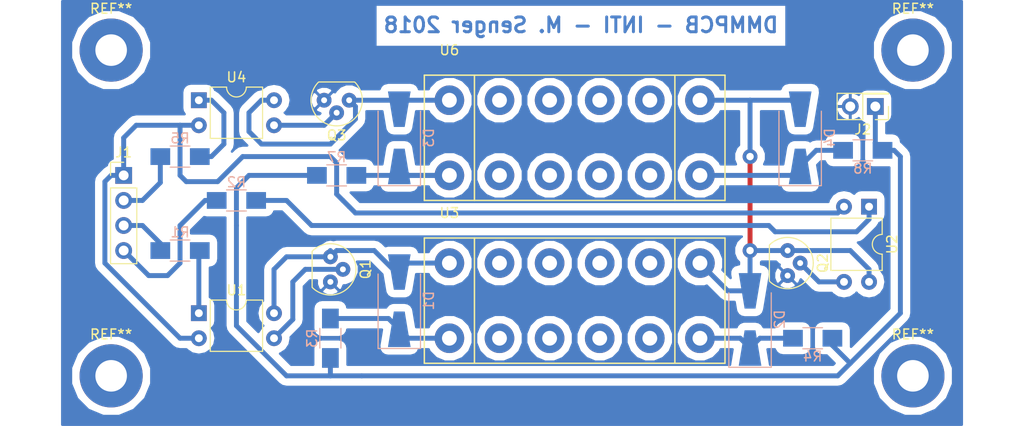
<source format=kicad_pcb>
(kicad_pcb (version 20171130) (host pcbnew 5.0.1-33cea8e~68~ubuntu18.04.1)

  (general
    (thickness 1.6)
    (drawings 1)
    (tracks 122)
    (zones 0)
    (modules 25)
    (nets 20)
  )

  (page A4)
  (layers
    (0 F.Cu signal)
    (31 B.Cu signal)
    (32 B.Adhes user)
    (33 F.Adhes user)
    (34 B.Paste user)
    (35 F.Paste user)
    (36 B.SilkS user)
    (37 F.SilkS user)
    (38 B.Mask user)
    (39 F.Mask user)
    (40 Dwgs.User user)
    (41 Cmts.User user)
    (42 Eco1.User user)
    (43 Eco2.User user)
    (44 Edge.Cuts user)
    (45 Margin user)
    (46 B.CrtYd user)
    (47 F.CrtYd user)
    (48 B.Fab user)
    (49 F.Fab user)
  )

  (setup
    (last_trace_width 0.5)
    (trace_clearance 0.2)
    (zone_clearance 0.75)
    (zone_45_only no)
    (trace_min 0.2)
    (segment_width 0.2)
    (edge_width 0.15)
    (via_size 1.5)
    (via_drill 0.75)
    (via_min_size 0.4)
    (via_min_drill 0.3)
    (uvia_size 0.3)
    (uvia_drill 0.1)
    (uvias_allowed no)
    (uvia_min_size 0.2)
    (uvia_min_drill 0.1)
    (pcb_text_width 0.3)
    (pcb_text_size 1.5 1.5)
    (mod_edge_width 0.15)
    (mod_text_size 1 1)
    (mod_text_width 0.15)
    (pad_size 1.524 1.524)
    (pad_drill 0.762)
    (pad_to_mask_clearance 0.2)
    (solder_mask_min_width 0.25)
    (aux_axis_origin 0 0)
    (visible_elements FFFFFF7F)
    (pcbplotparams
      (layerselection 0x00000_80000000)
      (usegerberextensions false)
      (usegerberattributes false)
      (usegerberadvancedattributes false)
      (creategerberjobfile false)
      (excludeedgelayer true)
      (linewidth 0.100000)
      (plotframeref false)
      (viasonmask false)
      (mode 1)
      (useauxorigin false)
      (hpglpennumber 1)
      (hpglpenspeed 20)
      (hpglpendiameter 15.000000)
      (psnegative false)
      (psa4output false)
      (plotreference true)
      (plotvalue true)
      (plotinvisibletext false)
      (padsonsilk false)
      (subtractmaskfromsilk false)
      (outputformat 5)
      (mirror false)
      (drillshape 2)
      (scaleselection 1)
      (outputdirectory "export/"))
  )

  (net 0 "")
  (net 1 "Net-(D1-Pad1)")
  (net 2 "Net-(D1-Pad2)")
  (net 3 "Net-(D2-Pad1)")
  (net 4 "Net-(D2-Pad2)")
  (net 5 "Net-(D3-Pad1)")
  (net 6 "Net-(D3-Pad2)")
  (net 7 "Net-(D4-Pad1)")
  (net 8 +12V)
  (net 9 GNDA)
  (net 10 "Net-(Q1-Pad2)")
  (net 11 "Net-(Q2-Pad2)")
  (net 12 "Net-(Q3-Pad2)")
  (net 13 "Net-(R1-Pad1)")
  (net 14 "Net-(R2-Pad1)")
  (net 15 "Net-(R5-Pad1)")
  (net 16 /Arduino_GND)
  (net 17 /Connect_DMM_to_H)
  (net 18 /Connect_DMM_to_L)
  (net 19 /disconnect_DMM)

  (net_class Default "This is the default net class."
    (clearance 0.2)
    (trace_width 0.5)
    (via_dia 1.5)
    (via_drill 0.75)
    (uvia_dia 0.3)
    (uvia_drill 0.1)
    (add_net +12V)
    (add_net /Arduino_GND)
    (add_net /Connect_DMM_to_H)
    (add_net /Connect_DMM_to_L)
    (add_net /disconnect_DMM)
    (add_net GNDA)
    (add_net "Net-(D1-Pad1)")
    (add_net "Net-(D1-Pad2)")
    (add_net "Net-(D2-Pad1)")
    (add_net "Net-(D2-Pad2)")
    (add_net "Net-(D3-Pad1)")
    (add_net "Net-(D3-Pad2)")
    (add_net "Net-(D4-Pad1)")
    (add_net "Net-(Q1-Pad2)")
    (add_net "Net-(Q2-Pad2)")
    (add_net "Net-(Q3-Pad2)")
    (add_net "Net-(R1-Pad1)")
    (add_net "Net-(R2-Pad1)")
    (add_net "Net-(R5-Pad1)")
  )

  (module custom_footprints:TO-92_Molded_Narrow_CUSTOM_PADS (layer F.Cu) (tedit 5B96BD9B) (tstamp 5B991382)
    (at 142.24 43.18 270)
    (descr "TO-92 leads molded, narrow, drill 0.6mm (see NXP sot054_po.pdf)")
    (tags "to-92 sc-43 sc-43a sot54 PA33 transistor")
    (path /5B990667)
    (fp_text reference Q2 (at 1.27 -3.56 270) (layer F.SilkS)
      (effects (font (size 1 1) (thickness 0.15)))
    )
    (fp_text value BC548 (at 1.27 2.79 270) (layer F.Fab)
      (effects (font (size 1 1) (thickness 0.15)))
    )
    (fp_text user %R (at 1.27 -3.56 270) (layer F.Fab)
      (effects (font (size 1 1) (thickness 0.15)))
    )
    (fp_line (start -0.53 1.85) (end 3.07 1.85) (layer F.SilkS) (width 0.12))
    (fp_line (start -0.5 1.75) (end 3 1.75) (layer F.Fab) (width 0.1))
    (fp_line (start -1.46 -2.73) (end 4 -2.73) (layer F.CrtYd) (width 0.05))
    (fp_line (start -1.46 -2.73) (end -1.46 2.01) (layer F.CrtYd) (width 0.05))
    (fp_line (start 4 2.01) (end 4 -2.73) (layer F.CrtYd) (width 0.05))
    (fp_line (start 4 2.01) (end -1.46 2.01) (layer F.CrtYd) (width 0.05))
    (fp_arc (start 1.27 0) (end 1.27 -2.48) (angle 135) (layer F.Fab) (width 0.1))
    (fp_arc (start 1.27 0) (end 1.27 -2.6) (angle -135) (layer F.SilkS) (width 0.12))
    (fp_arc (start 1.27 0) (end 1.27 -2.48) (angle -135) (layer F.Fab) (width 0.1))
    (fp_arc (start 1.27 0) (end 1.27 -2.6) (angle 135) (layer F.SilkS) (width 0.12))
    (pad 2 thru_hole circle (at 1.27 -1.27) (size 1.5 1.5) (drill 0.6) (layers *.Cu *.Mask)
      (net 11 "Net-(Q2-Pad2)"))
    (pad 3 thru_hole circle (at 2.54 0) (size 1.5 1.5) (drill 0.6) (layers *.Cu *.Mask)
      (net 9 GNDA))
    (pad 1 thru_hole circle (at 0 0) (size 1.5 1.5) (drill 0.6) (layers *.Cu *.Mask)
      (net 4 "Net-(D2-Pad2)"))
    (model ${KISYS3DMOD}/TO_SOT_Packages_THT.3dshapes/TO-92_Molded_Narrow.wrl
      (offset (xyz 1.269999980926514 0 0))
      (scale (xyz 1 1 1))
      (rotate (xyz 0 0 -90))
    )
  )

  (module Mounting_Holes:MountingHole_3.2mm_M3_Pad (layer F.Cu) (tedit 56D1B4CB) (tstamp 5B99208A)
    (at 154.94 55.88)
    (descr "Mounting Hole 3.2mm, M3")
    (tags "mounting hole 3.2mm m3")
    (attr virtual)
    (fp_text reference REF** (at 0 -4.2) (layer F.SilkS)
      (effects (font (size 1 1) (thickness 0.15)))
    )
    (fp_text value MountingHole_3.2mm_M3_Pad (at 0 4.2) (layer F.Fab)
      (effects (font (size 1 1) (thickness 0.15)))
    )
    (fp_text user %R (at 0.3 0) (layer F.Fab)
      (effects (font (size 1 1) (thickness 0.15)))
    )
    (fp_circle (center 0 0) (end 3.2 0) (layer Cmts.User) (width 0.15))
    (fp_circle (center 0 0) (end 3.45 0) (layer F.CrtYd) (width 0.05))
    (pad 1 thru_hole circle (at 0 0) (size 6.4 6.4) (drill 3.2) (layers *.Cu *.Mask))
  )

  (module Mounting_Holes:MountingHole_3.2mm_M3_Pad (layer F.Cu) (tedit 56D1B4CB) (tstamp 5B99207F)
    (at 73.66 55.88)
    (descr "Mounting Hole 3.2mm, M3")
    (tags "mounting hole 3.2mm m3")
    (attr virtual)
    (fp_text reference REF** (at 0 -4.2) (layer F.SilkS)
      (effects (font (size 1 1) (thickness 0.15)))
    )
    (fp_text value MountingHole_3.2mm_M3_Pad (at 0 4.2) (layer F.Fab)
      (effects (font (size 1 1) (thickness 0.15)))
    )
    (fp_text user %R (at 0.3 0) (layer F.Fab)
      (effects (font (size 1 1) (thickness 0.15)))
    )
    (fp_circle (center 0 0) (end 3.2 0) (layer Cmts.User) (width 0.15))
    (fp_circle (center 0 0) (end 3.45 0) (layer F.CrtYd) (width 0.05))
    (pad 1 thru_hole circle (at 0 0) (size 6.4 6.4) (drill 3.2) (layers *.Cu *.Mask))
  )

  (module Mounting_Holes:MountingHole_3.2mm_M3_Pad (layer F.Cu) (tedit 56D1B4CB) (tstamp 5B992076)
    (at 73.66 22.86)
    (descr "Mounting Hole 3.2mm, M3")
    (tags "mounting hole 3.2mm m3")
    (attr virtual)
    (fp_text reference REF** (at 0 -4.2) (layer F.SilkS)
      (effects (font (size 1 1) (thickness 0.15)))
    )
    (fp_text value MountingHole_3.2mm_M3_Pad (at 0 4.2) (layer F.Fab)
      (effects (font (size 1 1) (thickness 0.15)))
    )
    (fp_text user %R (at 0.3 0) (layer F.Fab)
      (effects (font (size 1 1) (thickness 0.15)))
    )
    (fp_circle (center 0 0) (end 3.2 0) (layer Cmts.User) (width 0.15))
    (fp_circle (center 0 0) (end 3.45 0) (layer F.CrtYd) (width 0.05))
    (pad 1 thru_hole circle (at 0 0) (size 6.4 6.4) (drill 3.2) (layers *.Cu *.Mask))
  )

  (module Diodes_SMD:D_SMA-SMB_Universal_Handsoldering (layer B.Cu) (tedit 5864381A) (tstamp 5B991353)
    (at 102.87 48.26 90)
    (descr "Diode, Universal, SMA (DO-214AC) or SMB (DO-214AA), Handsoldering,")
    (tags "Diode Universal SMA (DO-214AC) SMB (DO-214AA) Handsoldering ")
    (path /5B990766)
    (attr smd)
    (fp_text reference D1 (at 0 3 90) (layer B.SilkS)
      (effects (font (size 1 1) (thickness 0.15)) (justify mirror))
    )
    (fp_text value 1N4007 (at 0 -3.1 90) (layer B.Fab)
      (effects (font (size 1 1) (thickness 0.15)) (justify mirror))
    )
    (fp_text user %R (at 0 3 90) (layer B.Fab)
      (effects (font (size 1 1) (thickness 0.15)) (justify mirror))
    )
    (fp_line (start -4.85 2.15) (end -4.85 -2.15) (layer B.SilkS) (width 0.12))
    (fp_line (start 2.3 -2) (end -2.3 -2) (layer B.Fab) (width 0.1))
    (fp_line (start -2.3 -2) (end -2.3 2) (layer B.Fab) (width 0.1))
    (fp_line (start 2.3 2) (end 2.3 -2) (layer B.Fab) (width 0.1))
    (fp_line (start 2.3 2) (end -2.3 2) (layer B.Fab) (width 0.1))
    (fp_line (start 2.3 -1.5) (end -2.3 -1.5) (layer B.Fab) (width 0.1))
    (fp_line (start -2.3 -1.5) (end -2.3 1.5) (layer B.Fab) (width 0.1))
    (fp_line (start 2.3 1.5) (end 2.3 -1.5) (layer B.Fab) (width 0.1))
    (fp_line (start 2.3 1.5) (end -2.3 1.5) (layer B.Fab) (width 0.1))
    (fp_line (start -4.95 2.25) (end 4.95 2.25) (layer B.CrtYd) (width 0.05))
    (fp_line (start 4.95 2.25) (end 4.95 -2.25) (layer B.CrtYd) (width 0.05))
    (fp_line (start 4.95 -2.25) (end -4.95 -2.25) (layer B.CrtYd) (width 0.05))
    (fp_line (start -4.95 -2.25) (end -4.95 2.25) (layer B.CrtYd) (width 0.05))
    (fp_line (start -0.64944 -0.00102) (end -1.55114 -0.00102) (layer B.Fab) (width 0.1))
    (fp_line (start 0.50118 -0.00102) (end 1.4994 -0.00102) (layer B.Fab) (width 0.1))
    (fp_line (start -0.64944 0.79908) (end -0.64944 -0.80112) (layer B.Fab) (width 0.1))
    (fp_line (start 0.50118 -0.75032) (end 0.50118 0.79908) (layer B.Fab) (width 0.1))
    (fp_line (start -0.64944 -0.00102) (end 0.50118 -0.75032) (layer B.Fab) (width 0.1))
    (fp_line (start -0.64944 -0.00102) (end 0.50118 0.79908) (layer B.Fab) (width 0.1))
    (fp_line (start -4.85 -2.15) (end 2.7 -2.15) (layer B.SilkS) (width 0.12))
    (fp_line (start -4.85 2.15) (end 2.7 2.15) (layer B.SilkS) (width 0.12))
    (pad 1 smd trapezoid (at -2.9 0 90) (size 3.6 1.7) (rect_delta 0.6 0 ) (layers B.Cu B.Paste B.Mask)
      (net 1 "Net-(D1-Pad1)"))
    (pad 2 smd trapezoid (at 2.9 0 270) (size 3.6 1.7) (rect_delta 0.6 0 ) (layers B.Cu B.Paste B.Mask)
      (net 2 "Net-(D1-Pad2)"))
    (model ${KISYS3DMOD}/Diodes_SMD.3dshapes/D_SMB.wrl
      (at (xyz 0 0 0))
      (scale (xyz 1 1 1))
      (rotate (xyz 0 0 0))
    )
  )

  (module Diodes_SMD:D_SMA-SMB_Universal_Handsoldering (layer B.Cu) (tedit 5864381A) (tstamp 5B991359)
    (at 138.43 50.165 90)
    (descr "Diode, Universal, SMA (DO-214AC) or SMB (DO-214AA), Handsoldering,")
    (tags "Diode Universal SMA (DO-214AC) SMB (DO-214AA) Handsoldering ")
    (path /5B9906EF)
    (attr smd)
    (fp_text reference D2 (at 0 3 90) (layer B.SilkS)
      (effects (font (size 1 1) (thickness 0.15)) (justify mirror))
    )
    (fp_text value 1N4007 (at 0 -3.1 90) (layer B.Fab)
      (effects (font (size 1 1) (thickness 0.15)) (justify mirror))
    )
    (fp_text user %R (at 0 3 90) (layer B.Fab)
      (effects (font (size 1 1) (thickness 0.15)) (justify mirror))
    )
    (fp_line (start -4.85 2.15) (end -4.85 -2.15) (layer B.SilkS) (width 0.12))
    (fp_line (start 2.3 -2) (end -2.3 -2) (layer B.Fab) (width 0.1))
    (fp_line (start -2.3 -2) (end -2.3 2) (layer B.Fab) (width 0.1))
    (fp_line (start 2.3 2) (end 2.3 -2) (layer B.Fab) (width 0.1))
    (fp_line (start 2.3 2) (end -2.3 2) (layer B.Fab) (width 0.1))
    (fp_line (start 2.3 -1.5) (end -2.3 -1.5) (layer B.Fab) (width 0.1))
    (fp_line (start -2.3 -1.5) (end -2.3 1.5) (layer B.Fab) (width 0.1))
    (fp_line (start 2.3 1.5) (end 2.3 -1.5) (layer B.Fab) (width 0.1))
    (fp_line (start 2.3 1.5) (end -2.3 1.5) (layer B.Fab) (width 0.1))
    (fp_line (start -4.95 2.25) (end 4.95 2.25) (layer B.CrtYd) (width 0.05))
    (fp_line (start 4.95 2.25) (end 4.95 -2.25) (layer B.CrtYd) (width 0.05))
    (fp_line (start 4.95 -2.25) (end -4.95 -2.25) (layer B.CrtYd) (width 0.05))
    (fp_line (start -4.95 -2.25) (end -4.95 2.25) (layer B.CrtYd) (width 0.05))
    (fp_line (start -0.64944 -0.00102) (end -1.55114 -0.00102) (layer B.Fab) (width 0.1))
    (fp_line (start 0.50118 -0.00102) (end 1.4994 -0.00102) (layer B.Fab) (width 0.1))
    (fp_line (start -0.64944 0.79908) (end -0.64944 -0.80112) (layer B.Fab) (width 0.1))
    (fp_line (start 0.50118 -0.75032) (end 0.50118 0.79908) (layer B.Fab) (width 0.1))
    (fp_line (start -0.64944 -0.00102) (end 0.50118 -0.75032) (layer B.Fab) (width 0.1))
    (fp_line (start -0.64944 -0.00102) (end 0.50118 0.79908) (layer B.Fab) (width 0.1))
    (fp_line (start -4.85 -2.15) (end 2.7 -2.15) (layer B.SilkS) (width 0.12))
    (fp_line (start -4.85 2.15) (end 2.7 2.15) (layer B.SilkS) (width 0.12))
    (pad 1 smd trapezoid (at -2.9 0 90) (size 3.6 1.7) (rect_delta 0.6 0 ) (layers B.Cu B.Paste B.Mask)
      (net 3 "Net-(D2-Pad1)"))
    (pad 2 smd trapezoid (at 2.9 0 270) (size 3.6 1.7) (rect_delta 0.6 0 ) (layers B.Cu B.Paste B.Mask)
      (net 4 "Net-(D2-Pad2)"))
    (model ${KISYS3DMOD}/Diodes_SMD.3dshapes/D_SMB.wrl
      (at (xyz 0 0 0))
      (scale (xyz 1 1 1))
      (rotate (xyz 0 0 0))
    )
  )

  (module Diodes_SMD:D_SMA-SMB_Universal_Handsoldering (layer B.Cu) (tedit 5864381A) (tstamp 5B99135F)
    (at 102.87 31.75 90)
    (descr "Diode, Universal, SMA (DO-214AC) or SMB (DO-214AA), Handsoldering,")
    (tags "Diode Universal SMA (DO-214AC) SMB (DO-214AA) Handsoldering ")
    (path /5B9932CD)
    (attr smd)
    (fp_text reference D3 (at 0 3 90) (layer B.SilkS)
      (effects (font (size 1 1) (thickness 0.15)) (justify mirror))
    )
    (fp_text value 1N4007 (at 0 -3.1 90) (layer B.Fab)
      (effects (font (size 1 1) (thickness 0.15)) (justify mirror))
    )
    (fp_text user %R (at 0 3 90) (layer B.Fab)
      (effects (font (size 1 1) (thickness 0.15)) (justify mirror))
    )
    (fp_line (start -4.85 2.15) (end -4.85 -2.15) (layer B.SilkS) (width 0.12))
    (fp_line (start 2.3 -2) (end -2.3 -2) (layer B.Fab) (width 0.1))
    (fp_line (start -2.3 -2) (end -2.3 2) (layer B.Fab) (width 0.1))
    (fp_line (start 2.3 2) (end 2.3 -2) (layer B.Fab) (width 0.1))
    (fp_line (start 2.3 2) (end -2.3 2) (layer B.Fab) (width 0.1))
    (fp_line (start 2.3 -1.5) (end -2.3 -1.5) (layer B.Fab) (width 0.1))
    (fp_line (start -2.3 -1.5) (end -2.3 1.5) (layer B.Fab) (width 0.1))
    (fp_line (start 2.3 1.5) (end 2.3 -1.5) (layer B.Fab) (width 0.1))
    (fp_line (start 2.3 1.5) (end -2.3 1.5) (layer B.Fab) (width 0.1))
    (fp_line (start -4.95 2.25) (end 4.95 2.25) (layer B.CrtYd) (width 0.05))
    (fp_line (start 4.95 2.25) (end 4.95 -2.25) (layer B.CrtYd) (width 0.05))
    (fp_line (start 4.95 -2.25) (end -4.95 -2.25) (layer B.CrtYd) (width 0.05))
    (fp_line (start -4.95 -2.25) (end -4.95 2.25) (layer B.CrtYd) (width 0.05))
    (fp_line (start -0.64944 -0.00102) (end -1.55114 -0.00102) (layer B.Fab) (width 0.1))
    (fp_line (start 0.50118 -0.00102) (end 1.4994 -0.00102) (layer B.Fab) (width 0.1))
    (fp_line (start -0.64944 0.79908) (end -0.64944 -0.80112) (layer B.Fab) (width 0.1))
    (fp_line (start 0.50118 -0.75032) (end 0.50118 0.79908) (layer B.Fab) (width 0.1))
    (fp_line (start -0.64944 -0.00102) (end 0.50118 -0.75032) (layer B.Fab) (width 0.1))
    (fp_line (start -0.64944 -0.00102) (end 0.50118 0.79908) (layer B.Fab) (width 0.1))
    (fp_line (start -4.85 -2.15) (end 2.7 -2.15) (layer B.SilkS) (width 0.12))
    (fp_line (start -4.85 2.15) (end 2.7 2.15) (layer B.SilkS) (width 0.12))
    (pad 1 smd trapezoid (at -2.9 0 90) (size 3.6 1.7) (rect_delta 0.6 0 ) (layers B.Cu B.Paste B.Mask)
      (net 5 "Net-(D3-Pad1)"))
    (pad 2 smd trapezoid (at 2.9 0 270) (size 3.6 1.7) (rect_delta 0.6 0 ) (layers B.Cu B.Paste B.Mask)
      (net 6 "Net-(D3-Pad2)"))
    (model ${KISYS3DMOD}/Diodes_SMD.3dshapes/D_SMB.wrl
      (at (xyz 0 0 0))
      (scale (xyz 1 1 1))
      (rotate (xyz 0 0 0))
    )
  )

  (module Diodes_SMD:D_SMA-SMB_Universal_Handsoldering (layer B.Cu) (tedit 5864381A) (tstamp 5B991365)
    (at 143.51 31.75 90)
    (descr "Diode, Universal, SMA (DO-214AC) or SMB (DO-214AA), Handsoldering,")
    (tags "Diode Universal SMA (DO-214AC) SMB (DO-214AA) Handsoldering ")
    (path /5B9932C7)
    (attr smd)
    (fp_text reference D4 (at 0 3 90) (layer B.SilkS)
      (effects (font (size 1 1) (thickness 0.15)) (justify mirror))
    )
    (fp_text value 1N4007 (at 0 -3.1 90) (layer B.Fab)
      (effects (font (size 1 1) (thickness 0.15)) (justify mirror))
    )
    (fp_text user %R (at 0 3 90) (layer B.Fab)
      (effects (font (size 1 1) (thickness 0.15)) (justify mirror))
    )
    (fp_line (start -4.85 2.15) (end -4.85 -2.15) (layer B.SilkS) (width 0.12))
    (fp_line (start 2.3 -2) (end -2.3 -2) (layer B.Fab) (width 0.1))
    (fp_line (start -2.3 -2) (end -2.3 2) (layer B.Fab) (width 0.1))
    (fp_line (start 2.3 2) (end 2.3 -2) (layer B.Fab) (width 0.1))
    (fp_line (start 2.3 2) (end -2.3 2) (layer B.Fab) (width 0.1))
    (fp_line (start 2.3 -1.5) (end -2.3 -1.5) (layer B.Fab) (width 0.1))
    (fp_line (start -2.3 -1.5) (end -2.3 1.5) (layer B.Fab) (width 0.1))
    (fp_line (start 2.3 1.5) (end 2.3 -1.5) (layer B.Fab) (width 0.1))
    (fp_line (start 2.3 1.5) (end -2.3 1.5) (layer B.Fab) (width 0.1))
    (fp_line (start -4.95 2.25) (end 4.95 2.25) (layer B.CrtYd) (width 0.05))
    (fp_line (start 4.95 2.25) (end 4.95 -2.25) (layer B.CrtYd) (width 0.05))
    (fp_line (start 4.95 -2.25) (end -4.95 -2.25) (layer B.CrtYd) (width 0.05))
    (fp_line (start -4.95 -2.25) (end -4.95 2.25) (layer B.CrtYd) (width 0.05))
    (fp_line (start -0.64944 -0.00102) (end -1.55114 -0.00102) (layer B.Fab) (width 0.1))
    (fp_line (start 0.50118 -0.00102) (end 1.4994 -0.00102) (layer B.Fab) (width 0.1))
    (fp_line (start -0.64944 0.79908) (end -0.64944 -0.80112) (layer B.Fab) (width 0.1))
    (fp_line (start 0.50118 -0.75032) (end 0.50118 0.79908) (layer B.Fab) (width 0.1))
    (fp_line (start -0.64944 -0.00102) (end 0.50118 -0.75032) (layer B.Fab) (width 0.1))
    (fp_line (start -0.64944 -0.00102) (end 0.50118 0.79908) (layer B.Fab) (width 0.1))
    (fp_line (start -4.85 -2.15) (end 2.7 -2.15) (layer B.SilkS) (width 0.12))
    (fp_line (start -4.85 2.15) (end 2.7 2.15) (layer B.SilkS) (width 0.12))
    (pad 1 smd trapezoid (at -2.9 0 90) (size 3.6 1.7) (rect_delta 0.6 0 ) (layers B.Cu B.Paste B.Mask)
      (net 7 "Net-(D4-Pad1)"))
    (pad 2 smd trapezoid (at 2.9 0 270) (size 3.6 1.7) (rect_delta 0.6 0 ) (layers B.Cu B.Paste B.Mask)
      (net 4 "Net-(D2-Pad2)"))
    (model ${KISYS3DMOD}/Diodes_SMD.3dshapes/D_SMB.wrl
      (at (xyz 0 0 0))
      (scale (xyz 1 1 1))
      (rotate (xyz 0 0 0))
    )
  )

  (module Pin_Headers:Pin_Header_Straight_2x01_Pitch2.54mm (layer F.Cu) (tedit 59650532) (tstamp 5B991374)
    (at 151.13 28.575 180)
    (descr "Through hole straight pin header, 2x01, 2.54mm pitch, double rows")
    (tags "Through hole pin header THT 2x01 2.54mm double row")
    (path /5B993CCE)
    (fp_text reference J2 (at 1.27 -2.33 180) (layer F.SilkS)
      (effects (font (size 1 1) (thickness 0.15)))
    )
    (fp_text value Conn_01x02 (at 1.27 2.33 180) (layer F.Fab)
      (effects (font (size 1 1) (thickness 0.15)))
    )
    (fp_line (start 0 -1.27) (end 3.81 -1.27) (layer F.Fab) (width 0.1))
    (fp_line (start 3.81 -1.27) (end 3.81 1.27) (layer F.Fab) (width 0.1))
    (fp_line (start 3.81 1.27) (end -1.27 1.27) (layer F.Fab) (width 0.1))
    (fp_line (start -1.27 1.27) (end -1.27 0) (layer F.Fab) (width 0.1))
    (fp_line (start -1.27 0) (end 0 -1.27) (layer F.Fab) (width 0.1))
    (fp_line (start -1.33 1.33) (end 3.87 1.33) (layer F.SilkS) (width 0.12))
    (fp_line (start -1.33 1.27) (end -1.33 1.33) (layer F.SilkS) (width 0.12))
    (fp_line (start 3.87 -1.33) (end 3.87 1.33) (layer F.SilkS) (width 0.12))
    (fp_line (start -1.33 1.27) (end 1.27 1.27) (layer F.SilkS) (width 0.12))
    (fp_line (start 1.27 1.27) (end 1.27 -1.33) (layer F.SilkS) (width 0.12))
    (fp_line (start 1.27 -1.33) (end 3.87 -1.33) (layer F.SilkS) (width 0.12))
    (fp_line (start -1.33 0) (end -1.33 -1.33) (layer F.SilkS) (width 0.12))
    (fp_line (start -1.33 -1.33) (end 0 -1.33) (layer F.SilkS) (width 0.12))
    (fp_line (start -1.8 -1.8) (end -1.8 1.8) (layer F.CrtYd) (width 0.05))
    (fp_line (start -1.8 1.8) (end 4.35 1.8) (layer F.CrtYd) (width 0.05))
    (fp_line (start 4.35 1.8) (end 4.35 -1.8) (layer F.CrtYd) (width 0.05))
    (fp_line (start 4.35 -1.8) (end -1.8 -1.8) (layer F.CrtYd) (width 0.05))
    (fp_text user %R (at 1.27 0 270) (layer F.Fab)
      (effects (font (size 1 1) (thickness 0.15)))
    )
    (pad 1 thru_hole rect (at 0 0 180) (size 1.7 1.7) (drill 1) (layers *.Cu *.Mask)
      (net 8 +12V))
    (pad 2 thru_hole oval (at 2.54 0 180) (size 1.7 1.7) (drill 1) (layers *.Cu *.Mask)
      (net 9 GNDA))
    (model ${KISYS3DMOD}/Pin_Headers.3dshapes/Pin_Header_Straight_2x01_Pitch2.54mm.wrl
      (at (xyz 0 0 0))
      (scale (xyz 1 1 1))
      (rotate (xyz 0 0 0))
    )
  )

  (module custom_footprints:TO-92_Molded_Narrow_CUSTOM_PADS (layer F.Cu) (tedit 5B96BD9B) (tstamp 5B99137B)
    (at 95.885 43.815 270)
    (descr "TO-92 leads molded, narrow, drill 0.6mm (see NXP sot054_po.pdf)")
    (tags "to-92 sc-43 sc-43a sot54 PA33 transistor")
    (path /5B9906D4)
    (fp_text reference Q1 (at 1.27 -3.56 270) (layer F.SilkS)
      (effects (font (size 1 1) (thickness 0.15)))
    )
    (fp_text value BC548 (at 1.27 2.79 270) (layer F.Fab)
      (effects (font (size 1 1) (thickness 0.15)))
    )
    (fp_text user %R (at 1.27 -3.56 270) (layer F.Fab)
      (effects (font (size 1 1) (thickness 0.15)))
    )
    (fp_line (start -0.53 1.85) (end 3.07 1.85) (layer F.SilkS) (width 0.12))
    (fp_line (start -0.5 1.75) (end 3 1.75) (layer F.Fab) (width 0.1))
    (fp_line (start -1.46 -2.73) (end 4 -2.73) (layer F.CrtYd) (width 0.05))
    (fp_line (start -1.46 -2.73) (end -1.46 2.01) (layer F.CrtYd) (width 0.05))
    (fp_line (start 4 2.01) (end 4 -2.73) (layer F.CrtYd) (width 0.05))
    (fp_line (start 4 2.01) (end -1.46 2.01) (layer F.CrtYd) (width 0.05))
    (fp_arc (start 1.27 0) (end 1.27 -2.48) (angle 135) (layer F.Fab) (width 0.1))
    (fp_arc (start 1.27 0) (end 1.27 -2.6) (angle -135) (layer F.SilkS) (width 0.12))
    (fp_arc (start 1.27 0) (end 1.27 -2.48) (angle -135) (layer F.Fab) (width 0.1))
    (fp_arc (start 1.27 0) (end 1.27 -2.6) (angle 135) (layer F.SilkS) (width 0.12))
    (pad 2 thru_hole circle (at 1.27 -1.27) (size 1.5 1.5) (drill 0.6) (layers *.Cu *.Mask)
      (net 10 "Net-(Q1-Pad2)"))
    (pad 3 thru_hole circle (at 2.54 0) (size 1.5 1.5) (drill 0.6) (layers *.Cu *.Mask)
      (net 9 GNDA))
    (pad 1 thru_hole circle (at 0 0) (size 1.5 1.5) (drill 0.6) (layers *.Cu *.Mask)
      (net 2 "Net-(D1-Pad2)"))
    (model ${KISYS3DMOD}/TO_SOT_Packages_THT.3dshapes/TO-92_Molded_Narrow.wrl
      (offset (xyz 1.269999980926514 0 0))
      (scale (xyz 1 1 1))
      (rotate (xyz 0 0 -90))
    )
  )

  (module custom_footprints:TO-92_Molded_Narrow_CUSTOM_PADS (layer F.Cu) (tedit 5B96BD9B) (tstamp 5B991389)
    (at 97.79 27.94 180)
    (descr "TO-92 leads molded, narrow, drill 0.6mm (see NXP sot054_po.pdf)")
    (tags "to-92 sc-43 sc-43a sot54 PA33 transistor")
    (path /5B9932F7)
    (fp_text reference Q3 (at 1.27 -3.56 180) (layer F.SilkS)
      (effects (font (size 1 1) (thickness 0.15)))
    )
    (fp_text value BC548 (at 1.27 2.79 180) (layer F.Fab)
      (effects (font (size 1 1) (thickness 0.15)))
    )
    (fp_text user %R (at 1.27 -3.56 180) (layer F.Fab)
      (effects (font (size 1 1) (thickness 0.15)))
    )
    (fp_line (start -0.53 1.85) (end 3.07 1.85) (layer F.SilkS) (width 0.12))
    (fp_line (start -0.5 1.75) (end 3 1.75) (layer F.Fab) (width 0.1))
    (fp_line (start -1.46 -2.73) (end 4 -2.73) (layer F.CrtYd) (width 0.05))
    (fp_line (start -1.46 -2.73) (end -1.46 2.01) (layer F.CrtYd) (width 0.05))
    (fp_line (start 4 2.01) (end 4 -2.73) (layer F.CrtYd) (width 0.05))
    (fp_line (start 4 2.01) (end -1.46 2.01) (layer F.CrtYd) (width 0.05))
    (fp_arc (start 1.27 0) (end 1.27 -2.48) (angle 135) (layer F.Fab) (width 0.1))
    (fp_arc (start 1.27 0) (end 1.27 -2.6) (angle -135) (layer F.SilkS) (width 0.12))
    (fp_arc (start 1.27 0) (end 1.27 -2.48) (angle -135) (layer F.Fab) (width 0.1))
    (fp_arc (start 1.27 0) (end 1.27 -2.6) (angle 135) (layer F.SilkS) (width 0.12))
    (pad 2 thru_hole circle (at 1.27 -1.27 270) (size 1.5 1.5) (drill 0.6) (layers *.Cu *.Mask)
      (net 12 "Net-(Q3-Pad2)"))
    (pad 3 thru_hole circle (at 2.54 0 270) (size 1.5 1.5) (drill 0.6) (layers *.Cu *.Mask)
      (net 9 GNDA))
    (pad 1 thru_hole circle (at 0 0 270) (size 1.5 1.5) (drill 0.6) (layers *.Cu *.Mask)
      (net 6 "Net-(D3-Pad2)"))
    (model ${KISYS3DMOD}/TO_SOT_Packages_THT.3dshapes/TO-92_Molded_Narrow.wrl
      (offset (xyz 1.269999980926514 0 0))
      (scale (xyz 1 1 1))
      (rotate (xyz 0 0 -90))
    )
  )

  (module Resistors_SMD:R_1206_HandSoldering (layer B.Cu) (tedit 58E0A804) (tstamp 5B991396)
    (at 80.645 43.18 180)
    (descr "Resistor SMD 1206, hand soldering")
    (tags "resistor 1206")
    (path /5B990836)
    (attr smd)
    (fp_text reference R1 (at 0 1.85 180) (layer B.SilkS)
      (effects (font (size 1 1) (thickness 0.15)) (justify mirror))
    )
    (fp_text value 220 (at 0 -1.9 180) (layer B.Fab)
      (effects (font (size 1 1) (thickness 0.15)) (justify mirror))
    )
    (fp_text user %R (at 0 0 180) (layer B.Fab)
      (effects (font (size 0.7 0.7) (thickness 0.105)) (justify mirror))
    )
    (fp_line (start -1.6 -0.8) (end -1.6 0.8) (layer B.Fab) (width 0.1))
    (fp_line (start 1.6 -0.8) (end -1.6 -0.8) (layer B.Fab) (width 0.1))
    (fp_line (start 1.6 0.8) (end 1.6 -0.8) (layer B.Fab) (width 0.1))
    (fp_line (start -1.6 0.8) (end 1.6 0.8) (layer B.Fab) (width 0.1))
    (fp_line (start 1 -1.07) (end -1 -1.07) (layer B.SilkS) (width 0.12))
    (fp_line (start -1 1.07) (end 1 1.07) (layer B.SilkS) (width 0.12))
    (fp_line (start -3.25 1.11) (end 3.25 1.11) (layer B.CrtYd) (width 0.05))
    (fp_line (start -3.25 1.11) (end -3.25 -1.1) (layer B.CrtYd) (width 0.05))
    (fp_line (start 3.25 -1.1) (end 3.25 1.11) (layer B.CrtYd) (width 0.05))
    (fp_line (start 3.25 -1.1) (end -3.25 -1.1) (layer B.CrtYd) (width 0.05))
    (pad 1 smd rect (at -2 0 180) (size 2 1.7) (layers B.Cu B.Paste B.Mask)
      (net 13 "Net-(R1-Pad1)"))
    (pad 2 smd rect (at 2 0 180) (size 2 1.7) (layers B.Cu B.Paste B.Mask)
      (net 18 /Connect_DMM_to_L))
    (model ${KISYS3DMOD}/Resistors_SMD.3dshapes/R_1206.wrl
      (at (xyz 0 0 0))
      (scale (xyz 1 1 1))
      (rotate (xyz 0 0 0))
    )
  )

  (module Resistors_SMD:R_1206_HandSoldering (layer B.Cu) (tedit 58E0A804) (tstamp 5B99139C)
    (at 86.36 38.1 180)
    (descr "Resistor SMD 1206, hand soldering")
    (tags "resistor 1206")
    (path /5B99078F)
    (attr smd)
    (fp_text reference R2 (at 0 1.85 180) (layer B.SilkS)
      (effects (font (size 1 1) (thickness 0.15)) (justify mirror))
    )
    (fp_text value 220 (at 0 -1.9 180) (layer B.Fab)
      (effects (font (size 1 1) (thickness 0.15)) (justify mirror))
    )
    (fp_text user %R (at 0 0 180) (layer B.Fab)
      (effects (font (size 0.7 0.7) (thickness 0.105)) (justify mirror))
    )
    (fp_line (start -1.6 -0.8) (end -1.6 0.8) (layer B.Fab) (width 0.1))
    (fp_line (start 1.6 -0.8) (end -1.6 -0.8) (layer B.Fab) (width 0.1))
    (fp_line (start 1.6 0.8) (end 1.6 -0.8) (layer B.Fab) (width 0.1))
    (fp_line (start -1.6 0.8) (end 1.6 0.8) (layer B.Fab) (width 0.1))
    (fp_line (start 1 -1.07) (end -1 -1.07) (layer B.SilkS) (width 0.12))
    (fp_line (start -1 1.07) (end 1 1.07) (layer B.SilkS) (width 0.12))
    (fp_line (start -3.25 1.11) (end 3.25 1.11) (layer B.CrtYd) (width 0.05))
    (fp_line (start -3.25 1.11) (end -3.25 -1.1) (layer B.CrtYd) (width 0.05))
    (fp_line (start 3.25 -1.1) (end 3.25 1.11) (layer B.CrtYd) (width 0.05))
    (fp_line (start 3.25 -1.1) (end -3.25 -1.1) (layer B.CrtYd) (width 0.05))
    (pad 1 smd rect (at -2 0 180) (size 2 1.7) (layers B.Cu B.Paste B.Mask)
      (net 14 "Net-(R2-Pad1)"))
    (pad 2 smd rect (at 2 0 180) (size 2 1.7) (layers B.Cu B.Paste B.Mask)
      (net 19 /disconnect_DMM))
    (model ${KISYS3DMOD}/Resistors_SMD.3dshapes/R_1206.wrl
      (at (xyz 0 0 0))
      (scale (xyz 1 1 1))
      (rotate (xyz 0 0 0))
    )
  )

  (module Resistors_SMD:R_1206_HandSoldering (layer B.Cu) (tedit 58E0A804) (tstamp 5B9913A2)
    (at 95.885 52.07 270)
    (descr "Resistor SMD 1206, hand soldering")
    (tags "resistor 1206")
    (path /5B99080D)
    (attr smd)
    (fp_text reference R3 (at 0 1.85 270) (layer B.SilkS)
      (effects (font (size 1 1) (thickness 0.15)) (justify mirror))
    )
    (fp_text value 220 (at 0 -1.9 270) (layer B.Fab)
      (effects (font (size 1 1) (thickness 0.15)) (justify mirror))
    )
    (fp_text user %R (at 0 0 270) (layer B.Fab)
      (effects (font (size 0.7 0.7) (thickness 0.105)) (justify mirror))
    )
    (fp_line (start -1.6 -0.8) (end -1.6 0.8) (layer B.Fab) (width 0.1))
    (fp_line (start 1.6 -0.8) (end -1.6 -0.8) (layer B.Fab) (width 0.1))
    (fp_line (start 1.6 0.8) (end 1.6 -0.8) (layer B.Fab) (width 0.1))
    (fp_line (start -1.6 0.8) (end 1.6 0.8) (layer B.Fab) (width 0.1))
    (fp_line (start 1 -1.07) (end -1 -1.07) (layer B.SilkS) (width 0.12))
    (fp_line (start -1 1.07) (end 1 1.07) (layer B.SilkS) (width 0.12))
    (fp_line (start -3.25 1.11) (end 3.25 1.11) (layer B.CrtYd) (width 0.05))
    (fp_line (start -3.25 1.11) (end -3.25 -1.1) (layer B.CrtYd) (width 0.05))
    (fp_line (start 3.25 -1.1) (end 3.25 1.11) (layer B.CrtYd) (width 0.05))
    (fp_line (start 3.25 -1.1) (end -3.25 -1.1) (layer B.CrtYd) (width 0.05))
    (pad 1 smd rect (at -2 0 270) (size 2 1.7) (layers B.Cu B.Paste B.Mask)
      (net 1 "Net-(D1-Pad1)"))
    (pad 2 smd rect (at 2 0 270) (size 2 1.7) (layers B.Cu B.Paste B.Mask)
      (net 8 +12V))
    (model ${KISYS3DMOD}/Resistors_SMD.3dshapes/R_1206.wrl
      (at (xyz 0 0 0))
      (scale (xyz 1 1 1))
      (rotate (xyz 0 0 0))
    )
  )

  (module Resistors_SMD:R_1206_HandSoldering (layer B.Cu) (tedit 58E0A804) (tstamp 5B9913A8)
    (at 144.78 52.07)
    (descr "Resistor SMD 1206, hand soldering")
    (tags "resistor 1206")
    (path /5B9907E4)
    (attr smd)
    (fp_text reference R4 (at 0 1.85) (layer B.SilkS)
      (effects (font (size 1 1) (thickness 0.15)) (justify mirror))
    )
    (fp_text value 220 (at 0 -1.9) (layer B.Fab)
      (effects (font (size 1 1) (thickness 0.15)) (justify mirror))
    )
    (fp_text user %R (at 0 0) (layer B.Fab)
      (effects (font (size 0.7 0.7) (thickness 0.105)) (justify mirror))
    )
    (fp_line (start -1.6 -0.8) (end -1.6 0.8) (layer B.Fab) (width 0.1))
    (fp_line (start 1.6 -0.8) (end -1.6 -0.8) (layer B.Fab) (width 0.1))
    (fp_line (start 1.6 0.8) (end 1.6 -0.8) (layer B.Fab) (width 0.1))
    (fp_line (start -1.6 0.8) (end 1.6 0.8) (layer B.Fab) (width 0.1))
    (fp_line (start 1 -1.07) (end -1 -1.07) (layer B.SilkS) (width 0.12))
    (fp_line (start -1 1.07) (end 1 1.07) (layer B.SilkS) (width 0.12))
    (fp_line (start -3.25 1.11) (end 3.25 1.11) (layer B.CrtYd) (width 0.05))
    (fp_line (start -3.25 1.11) (end -3.25 -1.1) (layer B.CrtYd) (width 0.05))
    (fp_line (start 3.25 -1.1) (end 3.25 1.11) (layer B.CrtYd) (width 0.05))
    (fp_line (start 3.25 -1.1) (end -3.25 -1.1) (layer B.CrtYd) (width 0.05))
    (pad 1 smd rect (at -2 0) (size 2 1.7) (layers B.Cu B.Paste B.Mask)
      (net 3 "Net-(D2-Pad1)"))
    (pad 2 smd rect (at 2 0) (size 2 1.7) (layers B.Cu B.Paste B.Mask)
      (net 8 +12V))
    (model ${KISYS3DMOD}/Resistors_SMD.3dshapes/R_1206.wrl
      (at (xyz 0 0 0))
      (scale (xyz 1 1 1))
      (rotate (xyz 0 0 0))
    )
  )

  (module Resistors_SMD:R_1206_HandSoldering (layer B.Cu) (tedit 58E0A804) (tstamp 5B9913AE)
    (at 80.645 33.655 180)
    (descr "Resistor SMD 1206, hand soldering")
    (tags "resistor 1206")
    (path /5B9932E5)
    (attr smd)
    (fp_text reference R5 (at 0 1.85 180) (layer B.SilkS)
      (effects (font (size 1 1) (thickness 0.15)) (justify mirror))
    )
    (fp_text value 220 (at 0 -1.9 180) (layer B.Fab)
      (effects (font (size 1 1) (thickness 0.15)) (justify mirror))
    )
    (fp_text user %R (at 0 0 180) (layer B.Fab)
      (effects (font (size 0.7 0.7) (thickness 0.105)) (justify mirror))
    )
    (fp_line (start -1.6 -0.8) (end -1.6 0.8) (layer B.Fab) (width 0.1))
    (fp_line (start 1.6 -0.8) (end -1.6 -0.8) (layer B.Fab) (width 0.1))
    (fp_line (start 1.6 0.8) (end 1.6 -0.8) (layer B.Fab) (width 0.1))
    (fp_line (start -1.6 0.8) (end 1.6 0.8) (layer B.Fab) (width 0.1))
    (fp_line (start 1 -1.07) (end -1 -1.07) (layer B.SilkS) (width 0.12))
    (fp_line (start -1 1.07) (end 1 1.07) (layer B.SilkS) (width 0.12))
    (fp_line (start -3.25 1.11) (end 3.25 1.11) (layer B.CrtYd) (width 0.05))
    (fp_line (start -3.25 1.11) (end -3.25 -1.1) (layer B.CrtYd) (width 0.05))
    (fp_line (start 3.25 -1.1) (end 3.25 1.11) (layer B.CrtYd) (width 0.05))
    (fp_line (start 3.25 -1.1) (end -3.25 -1.1) (layer B.CrtYd) (width 0.05))
    (pad 1 smd rect (at -2 0 180) (size 2 1.7) (layers B.Cu B.Paste B.Mask)
      (net 15 "Net-(R5-Pad1)"))
    (pad 2 smd rect (at 2 0 180) (size 2 1.7) (layers B.Cu B.Paste B.Mask)
      (net 17 /Connect_DMM_to_H))
    (model ${KISYS3DMOD}/Resistors_SMD.3dshapes/R_1206.wrl
      (at (xyz 0 0 0))
      (scale (xyz 1 1 1))
      (rotate (xyz 0 0 0))
    )
  )

  (module Resistors_SMD:R_1206_HandSoldering (layer B.Cu) (tedit 58E0A804) (tstamp 5B9913BA)
    (at 96.52 35.56 180)
    (descr "Resistor SMD 1206, hand soldering")
    (tags "resistor 1206")
    (path /5B9932DF)
    (attr smd)
    (fp_text reference R7 (at 0 1.85 180) (layer B.SilkS)
      (effects (font (size 1 1) (thickness 0.15)) (justify mirror))
    )
    (fp_text value 220 (at 0 -1.9 180) (layer B.Fab)
      (effects (font (size 1 1) (thickness 0.15)) (justify mirror))
    )
    (fp_text user %R (at 0 0 180) (layer B.Fab)
      (effects (font (size 0.7 0.7) (thickness 0.105)) (justify mirror))
    )
    (fp_line (start -1.6 -0.8) (end -1.6 0.8) (layer B.Fab) (width 0.1))
    (fp_line (start 1.6 -0.8) (end -1.6 -0.8) (layer B.Fab) (width 0.1))
    (fp_line (start 1.6 0.8) (end 1.6 -0.8) (layer B.Fab) (width 0.1))
    (fp_line (start -1.6 0.8) (end 1.6 0.8) (layer B.Fab) (width 0.1))
    (fp_line (start 1 -1.07) (end -1 -1.07) (layer B.SilkS) (width 0.12))
    (fp_line (start -1 1.07) (end 1 1.07) (layer B.SilkS) (width 0.12))
    (fp_line (start -3.25 1.11) (end 3.25 1.11) (layer B.CrtYd) (width 0.05))
    (fp_line (start -3.25 1.11) (end -3.25 -1.1) (layer B.CrtYd) (width 0.05))
    (fp_line (start 3.25 -1.1) (end 3.25 1.11) (layer B.CrtYd) (width 0.05))
    (fp_line (start 3.25 -1.1) (end -3.25 -1.1) (layer B.CrtYd) (width 0.05))
    (pad 1 smd rect (at -2 0 180) (size 2 1.7) (layers B.Cu B.Paste B.Mask)
      (net 5 "Net-(D3-Pad1)"))
    (pad 2 smd rect (at 2 0 180) (size 2 1.7) (layers B.Cu B.Paste B.Mask)
      (net 8 +12V))
    (model ${KISYS3DMOD}/Resistors_SMD.3dshapes/R_1206.wrl
      (at (xyz 0 0 0))
      (scale (xyz 1 1 1))
      (rotate (xyz 0 0 0))
    )
  )

  (module Resistors_SMD:R_1206_HandSoldering (layer B.Cu) (tedit 58E0A804) (tstamp 5B9913C0)
    (at 149.86 33.02)
    (descr "Resistor SMD 1206, hand soldering")
    (tags "resistor 1206")
    (path /5B9932D9)
    (attr smd)
    (fp_text reference R8 (at 0 1.85) (layer B.SilkS)
      (effects (font (size 1 1) (thickness 0.15)) (justify mirror))
    )
    (fp_text value 220 (at 0 -1.9) (layer B.Fab)
      (effects (font (size 1 1) (thickness 0.15)) (justify mirror))
    )
    (fp_text user %R (at 0 0) (layer B.Fab)
      (effects (font (size 0.7 0.7) (thickness 0.105)) (justify mirror))
    )
    (fp_line (start -1.6 -0.8) (end -1.6 0.8) (layer B.Fab) (width 0.1))
    (fp_line (start 1.6 -0.8) (end -1.6 -0.8) (layer B.Fab) (width 0.1))
    (fp_line (start 1.6 0.8) (end 1.6 -0.8) (layer B.Fab) (width 0.1))
    (fp_line (start -1.6 0.8) (end 1.6 0.8) (layer B.Fab) (width 0.1))
    (fp_line (start 1 -1.07) (end -1 -1.07) (layer B.SilkS) (width 0.12))
    (fp_line (start -1 1.07) (end 1 1.07) (layer B.SilkS) (width 0.12))
    (fp_line (start -3.25 1.11) (end 3.25 1.11) (layer B.CrtYd) (width 0.05))
    (fp_line (start -3.25 1.11) (end -3.25 -1.1) (layer B.CrtYd) (width 0.05))
    (fp_line (start 3.25 -1.1) (end 3.25 1.11) (layer B.CrtYd) (width 0.05))
    (fp_line (start 3.25 -1.1) (end -3.25 -1.1) (layer B.CrtYd) (width 0.05))
    (pad 1 smd rect (at -2 0) (size 2 1.7) (layers B.Cu B.Paste B.Mask)
      (net 7 "Net-(D4-Pad1)"))
    (pad 2 smd rect (at 2 0) (size 2 1.7) (layers B.Cu B.Paste B.Mask)
      (net 8 +12V))
    (model ${KISYS3DMOD}/Resistors_SMD.3dshapes/R_1206.wrl
      (at (xyz 0 0 0))
      (scale (xyz 1 1 1))
      (rotate (xyz 0 0 0))
    )
  )

  (module Housings_DIP:DIP-4_W7.62mm (layer F.Cu) (tedit 59C78D6B) (tstamp 5B9913C8)
    (at 82.55 49.53)
    (descr "4-lead though-hole mounted DIP package, row spacing 7.62 mm (300 mils)")
    (tags "THT DIP DIL PDIP 2.54mm 7.62mm 300mil")
    (path /5B991753)
    (fp_text reference U1 (at 3.81 -2.33) (layer F.SilkS)
      (effects (font (size 1 1) (thickness 0.15)))
    )
    (fp_text value PC817 (at 3.81 4.87) (layer F.Fab)
      (effects (font (size 1 1) (thickness 0.15)))
    )
    (fp_arc (start 3.81 -1.33) (end 2.81 -1.33) (angle -180) (layer F.SilkS) (width 0.12))
    (fp_line (start 1.635 -1.27) (end 6.985 -1.27) (layer F.Fab) (width 0.1))
    (fp_line (start 6.985 -1.27) (end 6.985 3.81) (layer F.Fab) (width 0.1))
    (fp_line (start 6.985 3.81) (end 0.635 3.81) (layer F.Fab) (width 0.1))
    (fp_line (start 0.635 3.81) (end 0.635 -0.27) (layer F.Fab) (width 0.1))
    (fp_line (start 0.635 -0.27) (end 1.635 -1.27) (layer F.Fab) (width 0.1))
    (fp_line (start 2.81 -1.33) (end 1.16 -1.33) (layer F.SilkS) (width 0.12))
    (fp_line (start 1.16 -1.33) (end 1.16 3.87) (layer F.SilkS) (width 0.12))
    (fp_line (start 1.16 3.87) (end 6.46 3.87) (layer F.SilkS) (width 0.12))
    (fp_line (start 6.46 3.87) (end 6.46 -1.33) (layer F.SilkS) (width 0.12))
    (fp_line (start 6.46 -1.33) (end 4.81 -1.33) (layer F.SilkS) (width 0.12))
    (fp_line (start -1.1 -1.55) (end -1.1 4.1) (layer F.CrtYd) (width 0.05))
    (fp_line (start -1.1 4.1) (end 8.7 4.1) (layer F.CrtYd) (width 0.05))
    (fp_line (start 8.7 4.1) (end 8.7 -1.55) (layer F.CrtYd) (width 0.05))
    (fp_line (start 8.7 -1.55) (end -1.1 -1.55) (layer F.CrtYd) (width 0.05))
    (fp_text user %R (at 3.81 1.27) (layer F.Fab)
      (effects (font (size 1 1) (thickness 0.15)))
    )
    (pad 1 thru_hole rect (at 0 0) (size 1.6 1.6) (drill 0.8) (layers *.Cu *.Mask)
      (net 13 "Net-(R1-Pad1)"))
    (pad 3 thru_hole oval (at 7.62 2.54) (size 1.6 1.6) (drill 0.8) (layers *.Cu *.Mask)
      (net 10 "Net-(Q1-Pad2)"))
    (pad 2 thru_hole oval (at 0 2.54) (size 1.6 1.6) (drill 0.8) (layers *.Cu *.Mask)
      (net 16 /Arduino_GND))
    (pad 4 thru_hole oval (at 7.62 0) (size 1.6 1.6) (drill 0.8) (layers *.Cu *.Mask)
      (net 2 "Net-(D1-Pad2)"))
    (model ${KISYS3DMOD}/Housings_DIP.3dshapes/DIP-4_W7.62mm.wrl
      (at (xyz 0 0 0))
      (scale (xyz 1 1 1))
      (rotate (xyz 0 0 0))
    )
  )

  (module Housings_DIP:DIP-4_W7.62mm (layer F.Cu) (tedit 59C78D6B) (tstamp 5B9913D0)
    (at 150.495 38.735 270)
    (descr "4-lead though-hole mounted DIP package, row spacing 7.62 mm (300 mils)")
    (tags "THT DIP DIL PDIP 2.54mm 7.62mm 300mil")
    (path /5B991990)
    (fp_text reference U2 (at 3.81 -2.33 270) (layer F.SilkS)
      (effects (font (size 1 1) (thickness 0.15)))
    )
    (fp_text value PC817 (at 3.81 4.87 270) (layer F.Fab)
      (effects (font (size 1 1) (thickness 0.15)))
    )
    (fp_arc (start 3.81 -1.33) (end 2.81 -1.33) (angle -180) (layer F.SilkS) (width 0.12))
    (fp_line (start 1.635 -1.27) (end 6.985 -1.27) (layer F.Fab) (width 0.1))
    (fp_line (start 6.985 -1.27) (end 6.985 3.81) (layer F.Fab) (width 0.1))
    (fp_line (start 6.985 3.81) (end 0.635 3.81) (layer F.Fab) (width 0.1))
    (fp_line (start 0.635 3.81) (end 0.635 -0.27) (layer F.Fab) (width 0.1))
    (fp_line (start 0.635 -0.27) (end 1.635 -1.27) (layer F.Fab) (width 0.1))
    (fp_line (start 2.81 -1.33) (end 1.16 -1.33) (layer F.SilkS) (width 0.12))
    (fp_line (start 1.16 -1.33) (end 1.16 3.87) (layer F.SilkS) (width 0.12))
    (fp_line (start 1.16 3.87) (end 6.46 3.87) (layer F.SilkS) (width 0.12))
    (fp_line (start 6.46 3.87) (end 6.46 -1.33) (layer F.SilkS) (width 0.12))
    (fp_line (start 6.46 -1.33) (end 4.81 -1.33) (layer F.SilkS) (width 0.12))
    (fp_line (start -1.1 -1.55) (end -1.1 4.1) (layer F.CrtYd) (width 0.05))
    (fp_line (start -1.1 4.1) (end 8.7 4.1) (layer F.CrtYd) (width 0.05))
    (fp_line (start 8.7 4.1) (end 8.7 -1.55) (layer F.CrtYd) (width 0.05))
    (fp_line (start 8.7 -1.55) (end -1.1 -1.55) (layer F.CrtYd) (width 0.05))
    (fp_text user %R (at 3.81 1.27 270) (layer F.Fab)
      (effects (font (size 1 1) (thickness 0.15)))
    )
    (pad 1 thru_hole rect (at 0 0 270) (size 1.6 1.6) (drill 0.8) (layers *.Cu *.Mask)
      (net 14 "Net-(R2-Pad1)"))
    (pad 3 thru_hole oval (at 7.62 2.54 270) (size 1.6 1.6) (drill 0.8) (layers *.Cu *.Mask)
      (net 11 "Net-(Q2-Pad2)"))
    (pad 2 thru_hole oval (at 0 2.54 270) (size 1.6 1.6) (drill 0.8) (layers *.Cu *.Mask)
      (net 16 /Arduino_GND))
    (pad 4 thru_hole oval (at 7.62 0 270) (size 1.6 1.6) (drill 0.8) (layers *.Cu *.Mask)
      (net 4 "Net-(D2-Pad2)"))
    (model ${KISYS3DMOD}/Housings_DIP.3dshapes/DIP-4_W7.62mm.wrl
      (at (xyz 0 0 0))
      (scale (xyz 1 1 1))
      (rotate (xyz 0 0 0))
    )
  )

  (module custom_footprints:S4EBL25V (layer F.Cu) (tedit 5B8D6370) (tstamp 5B9913E0)
    (at 107.95 52.07)
    (descr "Footprint for relays Panasonic S")
    (path /5B9905DA)
    (fp_text reference U3 (at 0 -12.7) (layer F.SilkS)
      (effects (font (size 1 1) (thickness 0.15)))
    )
    (fp_text value S4EBL25V (at 22.86 -12.7) (layer F.Fab)
      (effects (font (size 1 1) (thickness 0.15)))
    )
    (fp_line (start 2.54 -10.16) (end 2.54 2.54) (layer F.SilkS) (width 0.15))
    (fp_line (start 22.86 -10.16) (end 22.86 2.54) (layer F.SilkS) (width 0.15))
    (fp_line (start -2.54 -10.16) (end 27.94 -10.16) (layer F.SilkS) (width 0.15))
    (fp_line (start 27.94 -10.16) (end 27.94 2.54) (layer F.SilkS) (width 0.15))
    (fp_line (start 27.94 2.54) (end -2.54 2.54) (layer F.SilkS) (width 0.15))
    (fp_line (start -2.54 2.54) (end -2.54 -10.16) (layer F.SilkS) (width 0.15))
    (pad 1 thru_hole circle (at 0 0) (size 3 3) (drill 1.5) (layers *.Cu *.Mask)
      (net 1 "Net-(D1-Pad1)"))
    (pad 2 thru_hole circle (at 5.08 0) (size 3 3) (drill 1.5) (layers *.Cu *.Mask))
    (pad 3 thru_hole circle (at 10.16 0) (size 3 3) (drill 1.5) (layers *.Cu *.Mask))
    (pad 4 thru_hole circle (at 15.24 0) (size 3 3) (drill 1.5) (layers *.Cu *.Mask))
    (pad 5 thru_hole circle (at 20.32 0) (size 3 3) (drill 1.5) (layers *.Cu *.Mask))
    (pad 6 thru_hole circle (at 25.4 0) (size 3 3) (drill 1.5) (layers *.Cu *.Mask)
      (net 3 "Net-(D2-Pad1)"))
    (pad 7 thru_hole circle (at 25.4 -7.62) (size 3 3) (drill 1.5) (layers *.Cu *.Mask)
      (net 4 "Net-(D2-Pad2)"))
    (pad 8 thru_hole circle (at 20.32 -7.62) (size 3 3) (drill 1.5) (layers *.Cu *.Mask))
    (pad 9 thru_hole circle (at 15.24 -7.62) (size 3 3) (drill 1.5) (layers *.Cu *.Mask))
    (pad 10 thru_hole circle (at 10.16 -7.62) (size 3 3) (drill 1.5) (layers *.Cu *.Mask))
    (pad 11 thru_hole circle (at 5.08 -7.62) (size 3 3) (drill 1.5) (layers *.Cu *.Mask))
    (pad 12 thru_hole circle (at 0 -7.62) (size 3 3) (drill 1.5) (layers *.Cu *.Mask)
      (net 2 "Net-(D1-Pad2)"))
  )

  (module Housings_DIP:DIP-4_W7.62mm (layer F.Cu) (tedit 59C78D6B) (tstamp 5B9913E8)
    (at 82.55 27.94)
    (descr "4-lead though-hole mounted DIP package, row spacing 7.62 mm (300 mils)")
    (tags "THT DIP DIL PDIP 2.54mm 7.62mm 300mil")
    (path /5B9932FD)
    (fp_text reference U4 (at 3.81 -2.33) (layer F.SilkS)
      (effects (font (size 1 1) (thickness 0.15)))
    )
    (fp_text value PC817 (at 3.81 4.87) (layer F.Fab)
      (effects (font (size 1 1) (thickness 0.15)))
    )
    (fp_arc (start 3.81 -1.33) (end 2.81 -1.33) (angle -180) (layer F.SilkS) (width 0.12))
    (fp_line (start 1.635 -1.27) (end 6.985 -1.27) (layer F.Fab) (width 0.1))
    (fp_line (start 6.985 -1.27) (end 6.985 3.81) (layer F.Fab) (width 0.1))
    (fp_line (start 6.985 3.81) (end 0.635 3.81) (layer F.Fab) (width 0.1))
    (fp_line (start 0.635 3.81) (end 0.635 -0.27) (layer F.Fab) (width 0.1))
    (fp_line (start 0.635 -0.27) (end 1.635 -1.27) (layer F.Fab) (width 0.1))
    (fp_line (start 2.81 -1.33) (end 1.16 -1.33) (layer F.SilkS) (width 0.12))
    (fp_line (start 1.16 -1.33) (end 1.16 3.87) (layer F.SilkS) (width 0.12))
    (fp_line (start 1.16 3.87) (end 6.46 3.87) (layer F.SilkS) (width 0.12))
    (fp_line (start 6.46 3.87) (end 6.46 -1.33) (layer F.SilkS) (width 0.12))
    (fp_line (start 6.46 -1.33) (end 4.81 -1.33) (layer F.SilkS) (width 0.12))
    (fp_line (start -1.1 -1.55) (end -1.1 4.1) (layer F.CrtYd) (width 0.05))
    (fp_line (start -1.1 4.1) (end 8.7 4.1) (layer F.CrtYd) (width 0.05))
    (fp_line (start 8.7 4.1) (end 8.7 -1.55) (layer F.CrtYd) (width 0.05))
    (fp_line (start 8.7 -1.55) (end -1.1 -1.55) (layer F.CrtYd) (width 0.05))
    (fp_text user %R (at 3.81 1.27) (layer F.Fab)
      (effects (font (size 1 1) (thickness 0.15)))
    )
    (pad 1 thru_hole rect (at 0 0) (size 1.6 1.6) (drill 0.8) (layers *.Cu *.Mask)
      (net 15 "Net-(R5-Pad1)"))
    (pad 3 thru_hole oval (at 7.62 2.54) (size 1.6 1.6) (drill 0.8) (layers *.Cu *.Mask)
      (net 12 "Net-(Q3-Pad2)"))
    (pad 2 thru_hole oval (at 0 2.54) (size 1.6 1.6) (drill 0.8) (layers *.Cu *.Mask)
      (net 16 /Arduino_GND))
    (pad 4 thru_hole oval (at 7.62 0) (size 1.6 1.6) (drill 0.8) (layers *.Cu *.Mask)
      (net 6 "Net-(D3-Pad2)"))
    (model ${KISYS3DMOD}/Housings_DIP.3dshapes/DIP-4_W7.62mm.wrl
      (at (xyz 0 0 0))
      (scale (xyz 1 1 1))
      (rotate (xyz 0 0 0))
    )
  )

  (module custom_footprints:S4EBL25V (layer F.Cu) (tedit 5B8D6370) (tstamp 5B991400)
    (at 107.95 35.56)
    (descr "Footprint for relays Panasonic S")
    (path /5B9932BB)
    (fp_text reference U6 (at 0 -12.7) (layer F.SilkS)
      (effects (font (size 1 1) (thickness 0.15)))
    )
    (fp_text value S4EBL25V (at 22.86 -12.7) (layer F.Fab)
      (effects (font (size 1 1) (thickness 0.15)))
    )
    (fp_line (start 2.54 -10.16) (end 2.54 2.54) (layer F.SilkS) (width 0.15))
    (fp_line (start 22.86 -10.16) (end 22.86 2.54) (layer F.SilkS) (width 0.15))
    (fp_line (start -2.54 -10.16) (end 27.94 -10.16) (layer F.SilkS) (width 0.15))
    (fp_line (start 27.94 -10.16) (end 27.94 2.54) (layer F.SilkS) (width 0.15))
    (fp_line (start 27.94 2.54) (end -2.54 2.54) (layer F.SilkS) (width 0.15))
    (fp_line (start -2.54 2.54) (end -2.54 -10.16) (layer F.SilkS) (width 0.15))
    (pad 1 thru_hole circle (at 0 0) (size 3 3) (drill 1.5) (layers *.Cu *.Mask)
      (net 5 "Net-(D3-Pad1)"))
    (pad 2 thru_hole circle (at 5.08 0) (size 3 3) (drill 1.5) (layers *.Cu *.Mask))
    (pad 3 thru_hole circle (at 10.16 0) (size 3 3) (drill 1.5) (layers *.Cu *.Mask))
    (pad 4 thru_hole circle (at 15.24 0) (size 3 3) (drill 1.5) (layers *.Cu *.Mask))
    (pad 5 thru_hole circle (at 20.32 0) (size 3 3) (drill 1.5) (layers *.Cu *.Mask))
    (pad 6 thru_hole circle (at 25.4 0) (size 3 3) (drill 1.5) (layers *.Cu *.Mask)
      (net 7 "Net-(D4-Pad1)"))
    (pad 7 thru_hole circle (at 25.4 -7.62) (size 3 3) (drill 1.5) (layers *.Cu *.Mask)
      (net 4 "Net-(D2-Pad2)"))
    (pad 8 thru_hole circle (at 20.32 -7.62) (size 3 3) (drill 1.5) (layers *.Cu *.Mask))
    (pad 9 thru_hole circle (at 15.24 -7.62) (size 3 3) (drill 1.5) (layers *.Cu *.Mask))
    (pad 10 thru_hole circle (at 10.16 -7.62) (size 3 3) (drill 1.5) (layers *.Cu *.Mask))
    (pad 11 thru_hole circle (at 5.08 -7.62) (size 3 3) (drill 1.5) (layers *.Cu *.Mask))
    (pad 12 thru_hole circle (at 0 -7.62) (size 3 3) (drill 1.5) (layers *.Cu *.Mask)
      (net 6 "Net-(D3-Pad2)"))
  )

  (module Mounting_Holes:MountingHole_3.2mm_M3_Pad (layer F.Cu) (tedit 56D1B4CB) (tstamp 5B99204B)
    (at 154.94 22.86)
    (descr "Mounting Hole 3.2mm, M3")
    (tags "mounting hole 3.2mm m3")
    (attr virtual)
    (fp_text reference REF** (at 0 -4.2) (layer F.SilkS)
      (effects (font (size 1 1) (thickness 0.15)))
    )
    (fp_text value MountingHole_3.2mm_M3_Pad (at 0 4.2) (layer F.Fab)
      (effects (font (size 1 1) (thickness 0.15)))
    )
    (fp_text user %R (at 0.3 0) (layer F.Fab)
      (effects (font (size 1 1) (thickness 0.15)))
    )
    (fp_circle (center 0 0) (end 3.2 0) (layer Cmts.User) (width 0.15))
    (fp_circle (center 0 0) (end 3.45 0) (layer F.CrtYd) (width 0.05))
    (pad 1 thru_hole circle (at 0 0) (size 6.4 6.4) (drill 3.2) (layers *.Cu *.Mask))
  )

  (module Pin_Headers:Pin_Header_Straight_1x04_Pitch2.54mm (layer F.Cu) (tedit 59650532) (tstamp 5B996409)
    (at 74.93 35.56)
    (descr "Through hole straight pin header, 1x04, 2.54mm pitch, single row")
    (tags "Through hole pin header THT 1x04 2.54mm single row")
    (path /5B997937)
    (fp_text reference J1 (at 0 -2.33) (layer F.SilkS)
      (effects (font (size 1 1) (thickness 0.15)))
    )
    (fp_text value Conn_01x04 (at 0 9.95) (layer F.Fab)
      (effects (font (size 1 1) (thickness 0.15)))
    )
    (fp_line (start -0.635 -1.27) (end 1.27 -1.27) (layer F.Fab) (width 0.1))
    (fp_line (start 1.27 -1.27) (end 1.27 8.89) (layer F.Fab) (width 0.1))
    (fp_line (start 1.27 8.89) (end -1.27 8.89) (layer F.Fab) (width 0.1))
    (fp_line (start -1.27 8.89) (end -1.27 -0.635) (layer F.Fab) (width 0.1))
    (fp_line (start -1.27 -0.635) (end -0.635 -1.27) (layer F.Fab) (width 0.1))
    (fp_line (start -1.33 8.95) (end 1.33 8.95) (layer F.SilkS) (width 0.12))
    (fp_line (start -1.33 1.27) (end -1.33 8.95) (layer F.SilkS) (width 0.12))
    (fp_line (start 1.33 1.27) (end 1.33 8.95) (layer F.SilkS) (width 0.12))
    (fp_line (start -1.33 1.27) (end 1.33 1.27) (layer F.SilkS) (width 0.12))
    (fp_line (start -1.33 0) (end -1.33 -1.33) (layer F.SilkS) (width 0.12))
    (fp_line (start -1.33 -1.33) (end 0 -1.33) (layer F.SilkS) (width 0.12))
    (fp_line (start -1.8 -1.8) (end -1.8 9.4) (layer F.CrtYd) (width 0.05))
    (fp_line (start -1.8 9.4) (end 1.8 9.4) (layer F.CrtYd) (width 0.05))
    (fp_line (start 1.8 9.4) (end 1.8 -1.8) (layer F.CrtYd) (width 0.05))
    (fp_line (start 1.8 -1.8) (end -1.8 -1.8) (layer F.CrtYd) (width 0.05))
    (fp_text user %R (at 0 3.81 90) (layer F.Fab)
      (effects (font (size 1 1) (thickness 0.15)))
    )
    (pad 1 thru_hole rect (at 0 0) (size 1.7 1.7) (drill 1) (layers *.Cu *.Mask)
      (net 16 /Arduino_GND))
    (pad 2 thru_hole oval (at 0 2.54) (size 1.7 1.7) (drill 1) (layers *.Cu *.Mask)
      (net 17 /Connect_DMM_to_H))
    (pad 3 thru_hole oval (at 0 5.08) (size 1.7 1.7) (drill 1) (layers *.Cu *.Mask)
      (net 18 /Connect_DMM_to_L))
    (pad 4 thru_hole oval (at 0 7.62) (size 1.7 1.7) (drill 1) (layers *.Cu *.Mask)
      (net 19 /disconnect_DMM))
    (model ${KISYS3DMOD}/Pin_Headers.3dshapes/Pin_Header_Straight_1x04_Pitch2.54mm.wrl
      (at (xyz 0 0 0))
      (scale (xyz 1 1 1))
      (rotate (xyz 0 0 0))
    )
  )

  (gr_text "DMMPCB - INTI - M. Senger 2018" (at 121.285 20.32) (layer B.Cu)
    (effects (font (size 1.5 1.5) (thickness 0.3)) (justify mirror))
  )

  (segment (start 95.885 50.07) (end 101.78 50.07) (width 0.5) (layer B.Cu) (net 1))
  (segment (start 101.78 50.07) (end 102.87 51.16) (width 0.5) (layer B.Cu) (net 1) (tstamp 5B992388))
  (segment (start 107.95 52.07) (end 103.78 52.07) (width 0.5) (layer B.Cu) (net 1))
  (segment (start 103.78 52.07) (end 102.87 51.16) (width 0.5) (layer B.Cu) (net 1) (tstamp 5B99176C))
  (segment (start 95.885 43.815) (end 96.52 43.18) (width 0.5) (layer B.Cu) (net 2))
  (segment (start 100.33 43.18) (end 102.51 45.36) (width 0.5) (layer B.Cu) (net 2) (tstamp 5B9966FA))
  (segment (start 96.52 43.18) (end 100.33 43.18) (width 0.5) (layer B.Cu) (net 2) (tstamp 5B9966F8))
  (segment (start 102.51 45.36) (end 102.87 45.36) (width 0.5) (layer B.Cu) (net 2) (tstamp 5B9966FB))
  (segment (start 95.885 43.815) (end 91.44 43.815) (width 0.5) (layer B.Cu) (net 2))
  (segment (start 90.17 45.085) (end 90.17 49.53) (width 0.5) (layer B.Cu) (net 2) (tstamp 5B992324))
  (segment (start 91.44 43.815) (end 90.17 45.085) (width 0.5) (layer B.Cu) (net 2) (tstamp 5B99231C))
  (segment (start 95.885 43.815) (end 95.885 43.18) (width 0.5) (layer B.Cu) (net 2))
  (segment (start 107.95 44.45) (end 103.78 44.45) (width 0.5) (layer B.Cu) (net 2))
  (segment (start 103.78 44.45) (end 102.87 45.36) (width 0.5) (layer B.Cu) (net 2) (tstamp 5B991762))
  (segment (start 142.78 52.07) (end 139.425 52.07) (width 0.5) (layer B.Cu) (net 3))
  (segment (start 139.425 52.07) (end 138.43 53.065) (width 0.5) (layer B.Cu) (net 3) (tstamp 5B996699))
  (segment (start 133.35 52.07) (end 137.435 52.07) (width 0.5) (layer B.Cu) (net 3))
  (segment (start 137.435 52.07) (end 138.43 53.065) (width 0.5) (layer B.Cu) (net 3) (tstamp 5B996696))
  (segment (start 138.43 27.94) (end 138.43 33.655) (width 0.5) (layer B.Cu) (net 4))
  (via (at 138.43 43.18) (size 1.5) (drill 0.75) (layers F.Cu B.Cu) (net 4))
  (segment (start 138.43 33.655) (end 138.43 43.18) (width 0.5) (layer F.Cu) (net 4) (tstamp 5B996AF2))
  (via (at 138.43 33.655) (size 1.5) (drill 0.75) (layers F.Cu B.Cu) (net 4))
  (segment (start 142.24 43.18) (end 138.43 43.18) (width 0.5) (layer B.Cu) (net 4))
  (segment (start 150.495 46.355) (end 150.495 45.085) (width 0.5) (layer B.Cu) (net 4))
  (segment (start 148.59 43.18) (end 142.24 43.18) (width 0.5) (layer B.Cu) (net 4) (tstamp 5B99684C))
  (segment (start 150.495 45.085) (end 148.59 43.18) (width 0.5) (layer B.Cu) (net 4) (tstamp 5B996845))
  (segment (start 138.43 47.265) (end 138.43 43.18) (width 0.5) (layer B.Cu) (net 4))
  (segment (start 138.43 47.265) (end 136.165 47.265) (width 0.5) (layer B.Cu) (net 4))
  (segment (start 136.165 47.265) (end 133.35 44.45) (width 0.5) (layer B.Cu) (net 4) (tstamp 5B99669C))
  (segment (start 133.35 27.94) (end 138.43 27.94) (width 0.5) (layer B.Cu) (net 4))
  (segment (start 138.43 27.94) (end 142.6 27.94) (width 0.5) (layer B.Cu) (net 4) (tstamp 5B9965E9))
  (segment (start 142.6 27.94) (end 143.51 28.85) (width 0.5) (layer B.Cu) (net 4) (tstamp 5B9965E6))
  (segment (start 107.95 35.56) (end 103.78 35.56) (width 0.5) (layer B.Cu) (net 5))
  (segment (start 103.78 35.56) (end 102.87 34.65) (width 0.5) (layer B.Cu) (net 5) (tstamp 5B991767))
  (segment (start 107.95 35.56) (end 98.52 35.56) (width 0.5) (layer B.Cu) (net 5))
  (segment (start 97.79 27.94) (end 98.425 28.575) (width 0.5) (layer B.Cu) (net 6))
  (segment (start 88.9 27.94) (end 90.17 27.94) (width 0.5) (layer B.Cu) (net 6) (tstamp 5B996903))
  (segment (start 87.63 29.21) (end 88.9 27.94) (width 0.5) (layer B.Cu) (net 6) (tstamp 5B996901))
  (segment (start 87.63 31.115) (end 87.63 29.21) (width 0.5) (layer B.Cu) (net 6) (tstamp 5B996900))
  (segment (start 88.9 32.385) (end 87.63 31.115) (width 0.5) (layer B.Cu) (net 6) (tstamp 5B9968FF))
  (segment (start 95.885 32.385) (end 88.9 32.385) (width 0.5) (layer B.Cu) (net 6) (tstamp 5B9968F8))
  (segment (start 98.425 29.845) (end 95.885 32.385) (width 0.5) (layer B.Cu) (net 6) (tstamp 5B9968F7))
  (segment (start 98.425 28.575) (end 98.425 29.845) (width 0.5) (layer B.Cu) (net 6) (tstamp 5B9968F5))
  (segment (start 107.95 27.94) (end 103.78 27.94) (width 0.5) (layer B.Cu) (net 6))
  (segment (start 103.78 27.94) (end 97.79 27.94) (width 0.5) (layer B.Cu) (net 6) (tstamp 5B99175D))
  (segment (start 147.86 33.02) (end 145.14 33.02) (width 0.5) (layer B.Cu) (net 7))
  (segment (start 145.14 33.02) (end 143.51 34.65) (width 0.5) (layer B.Cu) (net 7) (tstamp 5B996A7D))
  (segment (start 133.35 35.56) (end 142.6 35.56) (width 0.5) (layer B.Cu) (net 7))
  (segment (start 142.6 35.56) (end 143.51 34.65) (width 0.5) (layer B.Cu) (net 7) (tstamp 5B996630))
  (segment (start 151.86 33.02) (end 153.035 33.02) (width 0.5) (layer B.Cu) (net 8))
  (segment (start 153.67 49.53) (end 148.59 54.61) (width 0.5) (layer B.Cu) (net 8) (tstamp 5B996A87))
  (segment (start 153.67 33.655) (end 153.67 49.53) (width 0.5) (layer B.Cu) (net 8) (tstamp 5B996A86))
  (segment (start 153.035 33.02) (end 153.67 33.655) (width 0.5) (layer B.Cu) (net 8) (tstamp 5B996A85))
  (segment (start 151.13 28.575) (end 151.13 32.29) (width 0.5) (layer B.Cu) (net 8))
  (segment (start 151.13 32.29) (end 151.86 33.02) (width 0.5) (layer B.Cu) (net 8) (tstamp 5B996A82))
  (segment (start 95.885 54.07) (end 95.885 55.88) (width 0.5) (layer B.Cu) (net 8))
  (segment (start 86.36 40.64) (end 86.36 50.8) (width 0.5) (layer B.Cu) (net 8))
  (segment (start 91.44 55.88) (end 95.885 55.88) (width 0.5) (layer B.Cu) (net 8) (tstamp 5B991EC1))
  (segment (start 95.885 55.88) (end 99.06 55.88) (width 0.5) (layer B.Cu) (net 8) (tstamp 5B99238D))
  (segment (start 148.59 54.61) (end 147.32 55.88) (width 0.5) (layer B.Cu) (net 8))
  (segment (start 147.32 55.88) (end 99.06 55.88) (width 0.5) (layer B.Cu) (net 8) (tstamp 5B991ABC))
  (segment (start 86.36 50.8) (end 91.44 55.88) (width 0.5) (layer B.Cu) (net 8) (tstamp 5B991EB7))
  (segment (start 148.59 54.61) (end 146.78 52.8) (width 0.5) (layer B.Cu) (net 8) (tstamp 5B991AB8))
  (segment (start 146.78 52.8) (end 146.78 52.07) (width 0.5) (layer B.Cu) (net 8) (tstamp 5B991AB9))
  (segment (start 94.52 35.56) (end 87.63 35.56) (width 0.5) (layer B.Cu) (net 8))
  (segment (start 86.36 36.83) (end 86.36 40.64) (width 0.5) (layer B.Cu) (net 8) (tstamp 5B99189A))
  (segment (start 87.63 35.56) (end 86.36 36.83) (width 0.5) (layer B.Cu) (net 8) (tstamp 5B991899))
  (segment (start 97.155 45.085) (end 93.345 45.085) (width 0.5) (layer B.Cu) (net 10))
  (segment (start 92.075 50.165) (end 90.17 52.07) (width 0.5) (layer B.Cu) (net 10) (tstamp 5B992332))
  (segment (start 92.075 46.355) (end 92.075 50.165) (width 0.5) (layer B.Cu) (net 10) (tstamp 5B992330))
  (segment (start 93.345 45.085) (end 92.075 46.355) (width 0.5) (layer B.Cu) (net 10) (tstamp 5B99232C))
  (segment (start 147.955 46.355) (end 145.415 46.355) (width 0.5) (layer B.Cu) (net 11))
  (segment (start 145.415 46.355) (end 143.51 44.45) (width 0.5) (layer B.Cu) (net 11) (tstamp 5B996842))
  (segment (start 90.17 30.48) (end 95.25 30.48) (width 0.5) (layer B.Cu) (net 12))
  (segment (start 95.25 30.48) (end 96.52 29.21) (width 0.5) (layer B.Cu) (net 12) (tstamp 5B991825))
  (segment (start 82.55 49.53) (end 82.55 43.275) (width 0.5) (layer B.Cu) (net 13))
  (segment (start 82.55 43.275) (end 82.645 43.18) (width 0.5) (layer B.Cu) (net 13) (tstamp 5B99656C))
  (segment (start 150.495 38.735) (end 150.495 40.005) (width 0.5) (layer B.Cu) (net 14))
  (segment (start 91.44 38.1) (end 88.36 38.1) (width 0.5) (layer B.Cu) (net 14) (tstamp 5B99694E))
  (segment (start 93.98 40.64) (end 91.44 38.1) (width 0.5) (layer B.Cu) (net 14) (tstamp 5B996949))
  (segment (start 140.335 40.64) (end 93.98 40.64) (width 0.5) (layer B.Cu) (net 14) (tstamp 5B996942))
  (segment (start 140.97 41.275) (end 140.335 40.64) (width 0.5) (layer B.Cu) (net 14) (tstamp 5B996940))
  (segment (start 149.225 41.275) (end 140.97 41.275) (width 0.5) (layer B.Cu) (net 14) (tstamp 5B99693E))
  (segment (start 150.495 40.005) (end 149.225 41.275) (width 0.5) (layer B.Cu) (net 14) (tstamp 5B99693C))
  (segment (start 82.55 27.94) (end 83.82 27.94) (width 0.5) (layer B.Cu) (net 15))
  (segment (start 83.82 33.655) (end 82.645 33.655) (width 0.5) (layer B.Cu) (net 15) (tstamp 5B9964DD))
  (segment (start 85.09 32.385) (end 83.82 33.655) (width 0.5) (layer B.Cu) (net 15) (tstamp 5B9964DB))
  (segment (start 85.09 29.21) (end 85.09 32.385) (width 0.5) (layer B.Cu) (net 15) (tstamp 5B9964D9))
  (segment (start 83.82 27.94) (end 85.09 29.21) (width 0.5) (layer B.Cu) (net 15) (tstamp 5B9964D7))
  (segment (start 82.55 52.07) (end 80.645 52.07) (width 0.5) (layer B.Cu) (net 16))
  (segment (start 73.66 35.56) (end 74.93 35.56) (width 0.5) (layer B.Cu) (net 16) (tstamp 5B996A4D))
  (segment (start 73.025 36.195) (end 73.66 35.56) (width 0.5) (layer B.Cu) (net 16) (tstamp 5B996A4C))
  (segment (start 73.025 44.45) (end 73.025 36.195) (width 0.5) (layer B.Cu) (net 16) (tstamp 5B996A46))
  (segment (start 80.645 52.07) (end 73.025 44.45) (width 0.5) (layer B.Cu) (net 16) (tstamp 5B996A41))
  (segment (start 80.645 30.48) (end 76.2 30.48) (width 0.5) (layer B.Cu) (net 16))
  (segment (start 74.93 31.75) (end 74.93 35.56) (width 0.5) (layer B.Cu) (net 16) (tstamp 5B996A3E))
  (segment (start 76.2 30.48) (end 74.93 31.75) (width 0.5) (layer B.Cu) (net 16) (tstamp 5B996A3D))
  (segment (start 96.52 37.465) (end 97.155 38.1) (width 0.5) (layer B.Cu) (net 16))
  (segment (start 80.645 35.56) (end 81.28 36.195) (width 0.5) (layer B.Cu) (net 16) (tstamp 5B99690A))
  (segment (start 81.28 36.195) (end 84.455 36.195) (width 0.5) (layer B.Cu) (net 16) (tstamp 5B99690B))
  (segment (start 84.455 36.195) (end 86.995 33.655) (width 0.5) (layer B.Cu) (net 16) (tstamp 5B99690C))
  (segment (start 86.995 33.655) (end 95.885 33.655) (width 0.5) (layer B.Cu) (net 16) (tstamp 5B99690E))
  (segment (start 95.885 33.655) (end 96.52 34.29) (width 0.5) (layer B.Cu) (net 16) (tstamp 5B996910))
  (segment (start 96.52 34.29) (end 96.52 37.465) (width 0.5) (layer B.Cu) (net 16) (tstamp 5B996912))
  (segment (start 80.645 30.48) (end 80.645 35.56) (width 0.5) (layer B.Cu) (net 16))
  (segment (start 147.32 39.37) (end 147.955 38.735) (width 0.5) (layer B.Cu) (net 16) (tstamp 5B99692F))
  (segment (start 98.425 39.37) (end 147.32 39.37) (width 0.5) (layer B.Cu) (net 16) (tstamp 5B996929))
  (segment (start 97.79 38.735) (end 98.425 39.37) (width 0.5) (layer B.Cu) (net 16) (tstamp 5B996925))
  (segment (start 97.155 38.1) (end 97.79 38.735) (width 0.5) (layer B.Cu) (net 16) (tstamp 5B996924))
  (segment (start 82.55 30.48) (end 80.645 30.48) (width 0.5) (layer B.Cu) (net 16))
  (segment (start 78.645 33.655) (end 78.645 36.29) (width 0.5) (layer B.Cu) (net 17))
  (segment (start 76.835 38.1) (end 74.93 38.1) (width 0.5) (layer B.Cu) (net 17) (tstamp 5B996A3A))
  (segment (start 78.645 36.29) (end 76.835 38.1) (width 0.5) (layer B.Cu) (net 17) (tstamp 5B996A39))
  (segment (start 78.645 43.18) (end 78.645 42.45) (width 0.5) (layer B.Cu) (net 18))
  (segment (start 78.645 42.45) (end 76.835 40.64) (width 0.5) (layer B.Cu) (net 18) (tstamp 5B996A35))
  (segment (start 76.835 40.64) (end 74.93 40.64) (width 0.5) (layer B.Cu) (net 18) (tstamp 5B996A36))
  (segment (start 84.36 38.1) (end 83.185 38.1) (width 0.5) (layer B.Cu) (net 19))
  (segment (start 77.47 45.72) (end 74.93 43.18) (width 0.5) (layer B.Cu) (net 19) (tstamp 5B996578))
  (segment (start 79.375 45.72) (end 77.47 45.72) (width 0.5) (layer B.Cu) (net 19) (tstamp 5B996577))
  (segment (start 80.645 44.45) (end 79.375 45.72) (width 0.5) (layer B.Cu) (net 19) (tstamp 5B996576))
  (segment (start 80.645 40.64) (end 80.645 44.45) (width 0.5) (layer B.Cu) (net 19) (tstamp 5B996574))
  (segment (start 83.185 38.1) (end 80.645 40.64) (width 0.5) (layer B.Cu) (net 19) (tstamp 5B996573))

  (zone (net 9) (net_name GNDA) (layer B.Cu) (tstamp 5B996B3B) (hatch edge 0.508)
    (connect_pads (clearance 0.75))
    (min_thickness 0.254)
    (fill yes (arc_segments 16) (thermal_gap 0.5) (thermal_bridge_width 0.3))
    (polygon
      (pts
        (xy 160.02 60.96) (xy 68.58 60.96) (xy 68.58 17.78) (xy 160.02 17.78)
      )
    )
    (filled_polygon
      (pts
        (xy 159.893 60.833) (xy 68.707 60.833) (xy 68.707 56.687408) (xy 69.582294 56.687408) (xy 70.201672 58.186418)
        (xy 71.34755 59.334297) (xy 72.845477 59.956291) (xy 74.467408 59.957706) (xy 75.966418 59.338328) (xy 77.114297 58.19245)
        (xy 77.736291 56.694523) (xy 77.737706 55.072592) (xy 77.118328 53.573582) (xy 75.97245 52.425703) (xy 74.474523 51.803709)
        (xy 72.852592 51.802294) (xy 71.353582 52.421672) (xy 70.205703 53.56755) (xy 69.583709 55.065477) (xy 69.582294 56.687408)
        (xy 68.707 56.687408) (xy 68.707 36.195) (xy 71.898 36.195) (xy 71.898 44.45) (xy 71.983788 44.881284)
        (xy 72.228091 45.246909) (xy 79.84809 52.866909) (xy 80.09036 53.028788) (xy 80.213716 53.111212) (xy 80.645 53.197)
        (xy 81.292027 53.197) (xy 81.331328 53.255818) (xy 81.875386 53.619346) (xy 82.517146 53.747) (xy 82.582854 53.747)
        (xy 83.224614 53.619346) (xy 83.768672 53.255818) (xy 84.1322 52.71176) (xy 84.259854 52.07) (xy 84.1322 51.42824)
        (xy 83.870803 51.037031) (xy 83.973486 50.970956) (xy 84.173732 50.677886) (xy 84.244181 50.33) (xy 84.244181 48.73)
        (xy 84.183029 48.405003) (xy 83.990956 48.106514) (xy 83.697886 47.906268) (xy 83.677 47.902038) (xy 83.677 44.91816)
        (xy 83.969997 44.863029) (xy 84.268486 44.670956) (xy 84.468732 44.377886) (xy 84.539181 44.03) (xy 84.539181 42.33)
        (xy 84.478029 42.005003) (xy 84.285956 41.706514) (xy 83.992886 41.506268) (xy 83.645 41.435819) (xy 81.772 41.435819)
        (xy 81.772 41.106818) (xy 83.08943 39.789389) (xy 83.36 39.844181) (xy 85.233 39.844181) (xy 85.233 50.8)
        (xy 85.318788 51.231284) (xy 85.563091 51.596909) (xy 90.643091 56.676909) (xy 91.008716 56.921212) (xy 91.44 57.007)
        (xy 147.32 57.007) (xy 147.751284 56.921212) (xy 148.101196 56.687408) (xy 150.862294 56.687408) (xy 151.481672 58.186418)
        (xy 152.62755 59.334297) (xy 154.125477 59.956291) (xy 155.747408 59.957706) (xy 157.246418 59.338328) (xy 158.394297 58.19245)
        (xy 159.016291 56.694523) (xy 159.017706 55.072592) (xy 158.398328 53.573582) (xy 157.25245 52.425703) (xy 155.754523 51.803709)
        (xy 154.132592 51.802294) (xy 152.633582 52.421672) (xy 151.485703 53.56755) (xy 150.863709 55.065477) (xy 150.862294 56.687408)
        (xy 148.101196 56.687408) (xy 148.116909 56.676909) (xy 149.386907 55.406912) (xy 149.38691 55.40691) (xy 149.386914 55.406904)
        (xy 154.466909 50.326909) (xy 154.711212 49.961284) (xy 154.797 49.53) (xy 154.797 33.655) (xy 154.711212 33.223716)
        (xy 154.683278 33.18191) (xy 154.46691 32.858091) (xy 153.831909 32.223091) (xy 153.754181 32.171155) (xy 153.754181 32.17)
        (xy 153.693029 31.845003) (xy 153.500956 31.546514) (xy 153.207886 31.346268) (xy 152.86 31.275819) (xy 152.257 31.275819)
        (xy 152.257 30.26706) (xy 152.304997 30.258029) (xy 152.603486 30.065956) (xy 152.803732 29.772886) (xy 152.874181 29.425)
        (xy 152.874181 27.725) (xy 152.813029 27.400003) (xy 152.620956 27.101514) (xy 152.327886 26.901268) (xy 151.98 26.830819)
        (xy 150.28 26.830819) (xy 149.955003 26.891971) (xy 149.656514 27.084044) (xy 149.456268 27.377114) (xy 149.452492 27.395763)
        (xy 149.381249 27.327819) (xy 148.843743 27.119957) (xy 148.613 27.254927) (xy 148.613 28.552) (xy 148.633 28.552)
        (xy 148.633 28.598) (xy 148.613 28.598) (xy 148.613 29.895073) (xy 148.843743 30.030043) (xy 149.381249 29.822181)
        (xy 149.450761 29.755887) (xy 149.639044 30.048486) (xy 149.932114 30.248732) (xy 150.003 30.263087) (xy 150.003 31.986396)
        (xy 149.965819 32.17) (xy 149.965819 33.87) (xy 150.026971 34.194997) (xy 150.219044 34.493486) (xy 150.512114 34.693732)
        (xy 150.86 34.764181) (xy 152.543 34.764181) (xy 152.543 49.063182) (xy 148.671134 52.935048) (xy 148.674181 52.92)
        (xy 148.674181 51.22) (xy 148.613029 50.895003) (xy 148.420956 50.596514) (xy 148.127886 50.396268) (xy 147.78 50.325819)
        (xy 145.78 50.325819) (xy 145.455003 50.386971) (xy 145.156514 50.579044) (xy 144.956268 50.872114) (xy 144.885819 51.22)
        (xy 144.885819 52.92) (xy 144.946971 53.244997) (xy 145.139044 53.543486) (xy 145.432114 53.743732) (xy 145.78 53.814181)
        (xy 146.200363 53.814181) (xy 146.996182 54.61) (xy 146.853182 54.753) (xy 140.460802 54.753) (xy 140.462015 54.717998)
        (xy 140.208515 53.197) (xy 140.93794 53.197) (xy 140.946971 53.244997) (xy 141.139044 53.543486) (xy 141.432114 53.743732)
        (xy 141.78 53.814181) (xy 143.78 53.814181) (xy 144.104997 53.753029) (xy 144.403486 53.560956) (xy 144.603732 53.267886)
        (xy 144.674181 52.92) (xy 144.674181 51.22) (xy 144.613029 50.895003) (xy 144.420956 50.596514) (xy 144.127886 50.396268)
        (xy 143.78 50.325819) (xy 141.78 50.325819) (xy 141.455003 50.386971) (xy 141.156514 50.579044) (xy 140.956268 50.872114)
        (xy 140.941913 50.943) (xy 139.813854 50.943) (xy 139.813029 50.940003) (xy 139.620956 50.641514) (xy 139.327886 50.441268)
        (xy 138.98 50.370819) (xy 137.88 50.370819) (xy 137.696374 50.389876) (xy 137.370369 50.530264) (xy 137.124668 50.786426)
        (xy 137.064846 50.943) (xy 135.45625 50.943) (xy 135.366297 50.725297) (xy 134.69822 50.056053) (xy 133.824889 49.693414)
        (xy 132.87926 49.692588) (xy 132.005297 50.053703) (xy 131.336053 50.72178) (xy 130.973414 51.595111) (xy 130.972588 52.54074)
        (xy 131.333703 53.414703) (xy 132.00178 54.083947) (xy 132.875111 54.446586) (xy 133.82074 54.447412) (xy 134.694703 54.086297)
        (xy 135.363947 53.41822) (xy 135.455806 53.197) (xy 136.651485 53.197) (xy 136.397985 54.717998) (xy 136.401618 54.753)
        (xy 97.629181 54.753) (xy 97.629181 53.07) (xy 97.568029 52.745003) (xy 97.375956 52.446514) (xy 97.082886 52.246268)
        (xy 96.735 52.175819) (xy 95.035 52.175819) (xy 94.710003 52.236971) (xy 94.411514 52.429044) (xy 94.211268 52.722114)
        (xy 94.140819 53.07) (xy 94.140819 54.753) (xy 91.906818 54.753) (xy 90.785018 53.6312) (xy 90.844614 53.619346)
        (xy 91.388672 53.255818) (xy 91.7522 52.71176) (xy 91.879854 52.07) (xy 91.860602 51.973216) (xy 92.871909 50.961909)
        (xy 93.116212 50.596284) (xy 93.202 50.165) (xy 93.202 49.07) (xy 94.140819 49.07) (xy 94.140819 51.07)
        (xy 94.201971 51.394997) (xy 94.394044 51.693486) (xy 94.687114 51.893732) (xy 95.035 51.964181) (xy 96.735 51.964181)
        (xy 97.059997 51.903029) (xy 97.358486 51.710956) (xy 97.558732 51.417886) (xy 97.603463 51.197) (xy 101.107318 51.197)
        (xy 100.837985 52.812998) (xy 100.886971 53.284997) (xy 101.079044 53.583486) (xy 101.372114 53.783732) (xy 101.72 53.854181)
        (xy 104.02 53.854181) (xy 104.477524 53.728265) (xy 104.740376 53.489734) (xy 104.876143 53.197) (xy 105.84375 53.197)
        (xy 105.933703 53.414703) (xy 106.60178 54.083947) (xy 107.475111 54.446586) (xy 108.42074 54.447412) (xy 109.294703 54.086297)
        (xy 109.963947 53.41822) (xy 110.326586 52.544889) (xy 110.326589 52.54074) (xy 110.652588 52.54074) (xy 111.013703 53.414703)
        (xy 111.68178 54.083947) (xy 112.555111 54.446586) (xy 113.50074 54.447412) (xy 114.374703 54.086297) (xy 115.043947 53.41822)
        (xy 115.406586 52.544889) (xy 115.406589 52.54074) (xy 115.732588 52.54074) (xy 116.093703 53.414703) (xy 116.76178 54.083947)
        (xy 117.635111 54.446586) (xy 118.58074 54.447412) (xy 119.454703 54.086297) (xy 120.123947 53.41822) (xy 120.486586 52.544889)
        (xy 120.486589 52.54074) (xy 120.812588 52.54074) (xy 121.173703 53.414703) (xy 121.84178 54.083947) (xy 122.715111 54.446586)
        (xy 123.66074 54.447412) (xy 124.534703 54.086297) (xy 125.203947 53.41822) (xy 125.566586 52.544889) (xy 125.566589 52.54074)
        (xy 125.892588 52.54074) (xy 126.253703 53.414703) (xy 126.92178 54.083947) (xy 127.795111 54.446586) (xy 128.74074 54.447412)
        (xy 129.614703 54.086297) (xy 130.283947 53.41822) (xy 130.646586 52.544889) (xy 130.647412 51.59926) (xy 130.286297 50.725297)
        (xy 129.61822 50.056053) (xy 128.744889 49.693414) (xy 127.79926 49.692588) (xy 126.925297 50.053703) (xy 126.256053 50.72178)
        (xy 125.893414 51.595111) (xy 125.892588 52.54074) (xy 125.566589 52.54074) (xy 125.567412 51.59926) (xy 125.206297 50.725297)
        (xy 124.53822 50.056053) (xy 123.664889 49.693414) (xy 122.71926 49.692588) (xy 121.845297 50.053703) (xy 121.176053 50.72178)
        (xy 120.813414 51.595111) (xy 120.812588 52.54074) (xy 120.486589 52.54074) (xy 120.487412 51.59926) (xy 120.126297 50.725297)
        (xy 119.45822 50.056053) (xy 118.584889 49.693414) (xy 117.63926 49.692588) (xy 116.765297 50.053703) (xy 116.096053 50.72178)
        (xy 115.733414 51.595111) (xy 115.732588 52.54074) (xy 115.406589 52.54074) (xy 115.407412 51.59926) (xy 115.046297 50.725297)
        (xy 114.37822 50.056053) (xy 113.504889 49.693414) (xy 112.55926 49.692588) (xy 111.685297 50.053703) (xy 111.016053 50.72178)
        (xy 110.653414 51.595111) (xy 110.652588 52.54074) (xy 110.326589 52.54074) (xy 110.327412 51.59926) (xy 109.966297 50.725297)
        (xy 109.29822 50.056053) (xy 108.424889 49.693414) (xy 107.47926 49.692588) (xy 106.605297 50.053703) (xy 105.936053 50.72178)
        (xy 105.844194 50.943) (xy 104.590349 50.943) (xy 104.302015 49.212998) (xy 104.253029 49.035003) (xy 104.060956 48.736514)
        (xy 103.767886 48.536268) (xy 103.42 48.465819) (xy 102.32 48.465819) (xy 102.136374 48.484876) (xy 101.810369 48.625264)
        (xy 101.564668 48.881426) (xy 101.541143 48.943) (xy 97.605284 48.943) (xy 97.568029 48.745003) (xy 97.375956 48.446514)
        (xy 97.082886 48.246268) (xy 96.735 48.175819) (xy 95.035 48.175819) (xy 94.710003 48.236971) (xy 94.411514 48.429044)
        (xy 94.211268 48.722114) (xy 94.140819 49.07) (xy 93.202 49.07) (xy 93.202 47.253036) (xy 95.019491 47.253036)
        (xy 95.078481 47.504208) (xy 95.579657 47.725372) (xy 96.127319 47.737908) (xy 96.63809 47.539909) (xy 96.691519 47.504208)
        (xy 96.750509 47.253036) (xy 95.885 46.387527) (xy 95.019491 47.253036) (xy 93.202 47.253036) (xy 93.202 46.821818)
        (xy 93.811819 46.212) (xy 94.510912 46.212) (xy 94.502092 46.597319) (xy 94.700091 47.10809) (xy 94.735792 47.161519)
        (xy 94.986964 47.220509) (xy 95.852473 46.355) (xy 95.838331 46.340858) (xy 95.870858 46.308331) (xy 95.885 46.322473)
        (xy 95.899142 46.308331) (xy 95.931669 46.340858) (xy 95.917527 46.355) (xy 96.783036 47.220509) (xy 97.034208 47.161519)
        (xy 97.232546 46.712068) (xy 97.477211 46.712282) (xy 98.075418 46.465108) (xy 98.533499 46.007825) (xy 98.781717 45.41005)
        (xy 98.782282 44.762789) (xy 98.593954 44.307) (xy 99.863182 44.307) (xy 101.152945 45.596764) (xy 101.437985 47.307002)
        (xy 101.486971 47.484997) (xy 101.679044 47.783486) (xy 101.972114 47.983732) (xy 102.32 48.054181) (xy 103.42 48.054181)
        (xy 103.603626 48.035124) (xy 103.929631 47.894736) (xy 104.175332 47.638574) (xy 104.302015 47.307002) (xy 104.590349 45.577)
        (xy 105.84375 45.577) (xy 105.933703 45.794703) (xy 106.60178 46.463947) (xy 107.475111 46.826586) (xy 108.42074 46.827412)
        (xy 109.294703 46.466297) (xy 109.963947 45.79822) (xy 110.326586 44.924889) (xy 110.326589 44.92074) (xy 110.652588 44.92074)
        (xy 111.013703 45.794703) (xy 111.68178 46.463947) (xy 112.555111 46.826586) (xy 113.50074 46.827412) (xy 114.374703 46.466297)
        (xy 115.043947 45.79822) (xy 115.406586 44.924889) (xy 115.406589 44.92074) (xy 115.732588 44.92074) (xy 116.093703 45.794703)
        (xy 116.76178 46.463947) (xy 117.635111 46.826586) (xy 118.58074 46.827412) (xy 119.454703 46.466297) (xy 120.123947 45.79822)
        (xy 120.486586 44.924889) (xy 120.486589 44.92074) (xy 120.812588 44.92074) (xy 121.173703 45.794703) (xy 121.84178 46.463947)
        (xy 122.715111 46.826586) (xy 123.66074 46.827412) (xy 124.534703 46.466297) (xy 125.203947 45.79822) (xy 125.566586 44.924889)
        (xy 125.566589 44.92074) (xy 125.892588 44.92074) (xy 126.253703 45.794703) (xy 126.92178 46.463947) (xy 127.795111 46.826586)
        (xy 128.74074 46.827412) (xy 129.614703 46.466297) (xy 130.283947 45.79822) (xy 130.646586 44.924889) (xy 130.647412 43.97926)
        (xy 130.286297 43.105297) (xy 129.61822 42.436053) (xy 128.744889 42.073414) (xy 127.79926 42.072588) (xy 126.925297 42.433703)
        (xy 126.256053 43.10178) (xy 125.893414 43.975111) (xy 125.892588 44.92074) (xy 125.566589 44.92074) (xy 125.567412 43.97926)
        (xy 125.206297 43.105297) (xy 124.53822 42.436053) (xy 123.664889 42.073414) (xy 122.71926 42.072588) (xy 121.845297 42.433703)
        (xy 121.176053 43.10178) (xy 120.813414 43.975111) (xy 120.812588 44.92074) (xy 120.486589 44.92074) (xy 120.487412 43.97926)
        (xy 120.126297 43.105297) (xy 119.45822 42.436053) (xy 118.584889 42.073414) (xy 117.63926 42.072588) (xy 116.765297 42.433703)
        (xy 116.096053 43.10178) (xy 115.733414 43.975111) (xy 115.732588 44.92074) (xy 115.406589 44.92074) (xy 115.407412 43.97926)
        (xy 115.046297 43.105297) (xy 114.37822 42.436053) (xy 113.504889 42.073414) (xy 112.55926 42.072588) (xy 111.685297 42.433703)
        (xy 111.016053 43.10178) (xy 110.653414 43.975111) (xy 110.652588 44.92074) (xy 110.326589 44.92074) (xy 110.327412 43.97926)
        (xy 109.966297 43.105297) (xy 109.29822 42.436053) (xy 108.424889 42.073414) (xy 107.47926 42.072588) (xy 106.605297 42.433703)
        (xy 105.936053 43.10178) (xy 105.844194 43.323) (xy 104.862162 43.323) (xy 104.853029 43.235003) (xy 104.660956 42.936514)
        (xy 104.367886 42.736268) (xy 104.02 42.665819) (xy 101.72 42.665819) (xy 101.476619 42.7328) (xy 101.126909 42.383091)
        (xy 100.761284 42.138788) (xy 100.33 42.053) (xy 96.52 42.053) (xy 96.2025 42.116155) (xy 95.885 42.053)
        (xy 95.453716 42.138788) (xy 95.088091 42.383091) (xy 95.087382 42.384152) (xy 94.964582 42.434892) (xy 94.711032 42.688)
        (xy 91.44 42.688) (xy 91.008716 42.773788) (xy 90.64309 43.018091) (xy 89.373091 44.288091) (xy 89.128788 44.653716)
        (xy 89.043 45.085) (xy 89.043 48.282929) (xy 88.951328 48.344182) (xy 88.5878 48.88824) (xy 88.460146 49.53)
        (xy 88.5878 50.17176) (xy 88.951328 50.715818) (xy 89.077315 50.8) (xy 88.951328 50.884182) (xy 88.5878 51.42824)
        (xy 88.586847 51.433029) (xy 87.487 50.333182) (xy 87.487 39.844181) (xy 89.36 39.844181) (xy 89.684997 39.783029)
        (xy 89.983486 39.590956) (xy 90.183732 39.297886) (xy 90.198087 39.227) (xy 90.973182 39.227) (xy 93.18309 41.436909)
        (xy 93.548715 41.681212) (xy 93.58809 41.689044) (xy 93.98 41.767) (xy 137.589187 41.767) (xy 137.509582 41.799892)
        (xy 137.051501 42.257175) (xy 136.803283 42.85495) (xy 136.802718 43.502211) (xy 137.049892 44.100418) (xy 137.303 44.353968)
        (xy 137.303 44.570819) (xy 137.28 44.570819) (xy 136.822476 44.696735) (xy 136.559624 44.935266) (xy 136.410283 45.257268)
        (xy 136.397985 45.612002) (xy 136.456418 45.9626) (xy 135.636253 45.142435) (xy 135.726586 44.924889) (xy 135.727412 43.97926)
        (xy 135.366297 43.105297) (xy 134.69822 42.436053) (xy 133.824889 42.073414) (xy 132.87926 42.072588) (xy 132.005297 42.433703)
        (xy 131.336053 43.10178) (xy 130.973414 43.975111) (xy 130.972588 44.92074) (xy 131.333703 45.794703) (xy 132.00178 46.463947)
        (xy 132.875111 46.826586) (xy 133.82074 46.827412) (xy 134.042121 46.735939) (xy 135.368091 48.061909) (xy 135.733716 48.306212)
        (xy 136.165 48.392) (xy 136.861318 48.392) (xy 136.997985 49.212002) (xy 137.046971 49.389997) (xy 137.239044 49.688486)
        (xy 137.532114 49.888732) (xy 137.88 49.959181) (xy 138.98 49.959181) (xy 139.163626 49.940124) (xy 139.489631 49.799736)
        (xy 139.735332 49.543574) (xy 139.862015 49.212002) (xy 140.294342 46.618036) (xy 141.374491 46.618036) (xy 141.433481 46.869208)
        (xy 141.934657 47.090372) (xy 142.482319 47.102908) (xy 142.99309 46.904909) (xy 143.046519 46.869208) (xy 143.105509 46.618036)
        (xy 142.24 45.752527) (xy 141.374491 46.618036) (xy 140.294342 46.618036) (xy 140.403628 45.962319) (xy 140.857092 45.962319)
        (xy 141.055091 46.47309) (xy 141.090792 46.526519) (xy 141.341964 46.585509) (xy 142.207473 45.72) (xy 141.341964 44.854491)
        (xy 141.090792 44.913481) (xy 140.869628 45.414657) (xy 140.857092 45.962319) (xy 140.403628 45.962319) (xy 140.462015 45.612002)
        (xy 140.413029 45.140003) (xy 140.220956 44.841514) (xy 139.927886 44.641268) (xy 139.58 44.570819) (xy 139.557 44.570819)
        (xy 139.557 44.353886) (xy 139.603968 44.307) (xy 141.066114 44.307) (xy 141.317175 44.558499) (xy 141.425777 44.603595)
        (xy 141.374491 44.821964) (xy 142.24 45.687473) (xy 142.254142 45.673331) (xy 142.286669 45.705858) (xy 142.272527 45.72)
        (xy 143.138036 46.585509) (xy 143.389208 46.526519) (xy 143.573984 46.107802) (xy 144.618091 47.151909) (xy 144.983716 47.396212)
        (xy 145.415 47.482) (xy 146.707929 47.482) (xy 146.769182 47.573672) (xy 147.31324 47.9372) (xy 147.955 48.064854)
        (xy 148.59676 47.9372) (xy 149.140818 47.573672) (xy 149.225 47.447685) (xy 149.309182 47.573672) (xy 149.85324 47.9372)
        (xy 150.495 48.064854) (xy 151.13676 47.9372) (xy 151.680818 47.573672) (xy 152.044346 47.029614) (xy 152.172 46.387854)
        (xy 152.172 46.322146) (xy 152.044346 45.680386) (xy 151.680818 45.136328) (xy 151.622 45.097027) (xy 151.622 45.085)
        (xy 151.536212 44.653716) (xy 151.291909 44.288091) (xy 149.386909 42.383091) (xy 149.371574 42.372845) (xy 149.656284 42.316212)
        (xy 150.021909 42.071909) (xy 151.291909 40.80191) (xy 151.536212 40.436284) (xy 151.547059 40.381753) (xy 151.619997 40.368029)
        (xy 151.918486 40.175956) (xy 152.118732 39.882886) (xy 152.189181 39.535) (xy 152.189181 37.935) (xy 152.128029 37.610003)
        (xy 151.935956 37.311514) (xy 151.642886 37.111268) (xy 151.295 37.040819) (xy 149.695 37.040819) (xy 149.370003 37.101971)
        (xy 149.071514 37.294044) (xy 148.988963 37.414862) (xy 148.59676 37.1528) (xy 147.955 37.025146) (xy 147.31324 37.1528)
        (xy 146.769182 37.516328) (xy 146.405654 38.060386) (xy 146.36933 38.243) (xy 98.891818 38.243) (xy 98.586912 37.938094)
        (xy 98.58691 37.938091) (xy 97.952999 37.304181) (xy 99.52 37.304181) (xy 99.844997 37.243029) (xy 100.143486 37.050956)
        (xy 100.343732 36.757886) (xy 100.358087 36.687) (xy 100.877838 36.687) (xy 100.886971 36.774997) (xy 101.079044 37.073486)
        (xy 101.372114 37.273732) (xy 101.72 37.344181) (xy 104.02 37.344181) (xy 104.477524 37.218265) (xy 104.740376 36.979734)
        (xy 104.876143 36.687) (xy 105.84375 36.687) (xy 105.933703 36.904703) (xy 106.60178 37.573947) (xy 107.475111 37.936586)
        (xy 108.42074 37.937412) (xy 109.294703 37.576297) (xy 109.963947 36.90822) (xy 110.326586 36.034889) (xy 110.326589 36.03074)
        (xy 110.652588 36.03074) (xy 111.013703 36.904703) (xy 111.68178 37.573947) (xy 112.555111 37.936586) (xy 113.50074 37.937412)
        (xy 114.374703 37.576297) (xy 115.043947 36.90822) (xy 115.406586 36.034889) (xy 115.406589 36.03074) (xy 115.732588 36.03074)
        (xy 116.093703 36.904703) (xy 116.76178 37.573947) (xy 117.635111 37.936586) (xy 118.58074 37.937412) (xy 119.454703 37.576297)
        (xy 120.123947 36.90822) (xy 120.486586 36.034889) (xy 120.486589 36.03074) (xy 120.812588 36.03074) (xy 121.173703 36.904703)
        (xy 121.84178 37.573947) (xy 122.715111 37.936586) (xy 123.66074 37.937412) (xy 124.534703 37.576297) (xy 125.203947 36.90822)
        (xy 125.566586 36.034889) (xy 125.566589 36.03074) (xy 125.892588 36.03074) (xy 126.253703 36.904703) (xy 126.92178 37.573947)
        (xy 127.795111 37.936586) (xy 128.74074 37.937412) (xy 129.614703 37.576297) (xy 130.283947 36.90822) (xy 130.646586 36.034889)
        (xy 130.647412 35.08926) (xy 130.286297 34.215297) (xy 129.61822 33.546053) (xy 128.744889 33.183414) (xy 127.79926 33.182588)
        (xy 126.925297 33.543703) (xy 126.256053 34.21178) (xy 125.893414 35.085111) (xy 125.892588 36.03074) (xy 125.566589 36.03074)
        (xy 125.567412 35.08926) (xy 125.206297 34.215297) (xy 124.53822 33.546053) (xy 123.664889 33.183414) (xy 122.71926 33.182588)
        (xy 121.845297 33.543703) (xy 121.176053 34.21178) (xy 120.813414 35.085111) (xy 120.812588 36.03074) (xy 120.486589 36.03074)
        (xy 120.487412 35.08926) (xy 120.126297 34.215297) (xy 119.45822 33.546053) (xy 118.584889 33.183414) (xy 117.63926 33.182588)
        (xy 116.765297 33.543703) (xy 116.096053 34.21178) (xy 115.733414 35.085111) (xy 115.732588 36.03074) (xy 115.406589 36.03074)
        (xy 115.407412 35.08926) (xy 115.046297 34.215297) (xy 114.37822 33.546053) (xy 113.504889 33.183414) (xy 112.55926 33.182588)
        (xy 111.685297 33.543703) (xy 111.016053 34.21178) (xy 110.653414 35.085111) (xy 110.652588 36.03074) (xy 110.326589 36.03074)
        (xy 110.327412 35.08926) (xy 109.966297 34.215297) (xy 109.29822 33.546053) (xy 108.424889 33.183414) (xy 107.47926 33.182588)
        (xy 106.605297 33.543703) (xy 105.936053 34.21178) (xy 105.844194 34.433) (xy 104.590349 34.433) (xy 104.302015 32.702998)
        (xy 104.253029 32.525003) (xy 104.060956 32.226514) (xy 103.767886 32.026268) (xy 103.42 31.955819) (xy 102.32 31.955819)
        (xy 102.136374 31.974876) (xy 101.810369 32.115264) (xy 101.564668 32.371426) (xy 101.437985 32.702998) (xy 101.149651 34.433)
        (xy 100.36206 34.433) (xy 100.353029 34.385003) (xy 100.160956 34.086514) (xy 99.867886 33.886268) (xy 99.52 33.815819)
        (xy 97.532549 33.815819) (xy 97.31691 33.493091) (xy 96.843818 33.02) (xy 99.221909 30.64191) (xy 99.466212 30.276285)
        (xy 99.494748 30.132825) (xy 99.552 29.845) (xy 99.552 29.067) (xy 101.149651 29.067) (xy 101.437985 30.797002)
        (xy 101.486971 30.974997) (xy 101.679044 31.273486) (xy 101.972114 31.473732) (xy 102.32 31.544181) (xy 103.42 31.544181)
        (xy 103.603626 31.525124) (xy 103.929631 31.384736) (xy 104.175332 31.128574) (xy 104.302015 30.797002) (xy 104.590349 29.067)
        (xy 105.84375 29.067) (xy 105.933703 29.284703) (xy 106.60178 29.953947) (xy 107.475111 30.316586) (xy 108.42074 30.317412)
        (xy 109.294703 29.956297) (xy 109.963947 29.28822) (xy 110.326586 28.414889) (xy 110.326589 28.41074) (xy 110.652588 28.41074)
        (xy 111.013703 29.284703) (xy 111.68178 29.953947) (xy 112.555111 30.316586) (xy 113.50074 30.317412) (xy 114.374703 29.956297)
        (xy 115.043947 29.28822) (xy 115.406586 28.414889) (xy 115.406589 28.41074) (xy 115.732588 28.41074) (xy 116.093703 29.284703)
        (xy 116.76178 29.953947) (xy 117.635111 30.316586) (xy 118.58074 30.317412) (xy 119.454703 29.956297) (xy 120.123947 29.28822)
        (xy 120.486586 28.414889) (xy 120.486589 28.41074) (xy 120.812588 28.41074) (xy 121.173703 29.284703) (xy 121.84178 29.953947)
        (xy 122.715111 30.316586) (xy 123.66074 30.317412) (xy 124.534703 29.956297) (xy 125.203947 29.28822) (xy 125.566586 28.414889)
        (xy 125.566589 28.41074) (xy 125.892588 28.41074) (xy 126.253703 29.284703) (xy 126.92178 29.953947) (xy 127.795111 30.316586)
        (xy 128.74074 30.317412) (xy 129.614703 29.956297) (xy 130.283947 29.28822) (xy 130.646586 28.414889) (xy 130.646589 28.41074)
        (xy 130.972588 28.41074) (xy 131.333703 29.284703) (xy 132.00178 29.953947) (xy 132.875111 30.316586) (xy 133.82074 30.317412)
        (xy 134.694703 29.956297) (xy 135.363947 29.28822) (xy 135.455806 29.067) (xy 137.303 29.067) (xy 137.303 32.481114)
        (xy 137.051501 32.732175) (xy 136.803283 33.32995) (xy 136.802718 33.977211) (xy 136.991046 34.433) (xy 135.45625 34.433)
        (xy 135.366297 34.215297) (xy 134.69822 33.546053) (xy 133.824889 33.183414) (xy 132.87926 33.182588) (xy 132.005297 33.543703)
        (xy 131.336053 34.21178) (xy 130.973414 35.085111) (xy 130.972588 36.03074) (xy 131.333703 36.904703) (xy 132.00178 37.573947)
        (xy 132.875111 37.936586) (xy 133.82074 37.937412) (xy 134.694703 37.576297) (xy 135.363947 36.90822) (xy 135.455806 36.687)
        (xy 141.517838 36.687) (xy 141.526971 36.774997) (xy 141.719044 37.073486) (xy 142.012114 37.273732) (xy 142.36 37.344181)
        (xy 144.66 37.344181) (xy 145.117524 37.218265) (xy 145.380376 36.979734) (xy 145.529717 36.657732) (xy 145.542015 36.302998)
        (xy 145.243273 34.510545) (xy 145.606818 34.147) (xy 146.01794 34.147) (xy 146.026971 34.194997) (xy 146.219044 34.493486)
        (xy 146.512114 34.693732) (xy 146.86 34.764181) (xy 148.86 34.764181) (xy 149.184997 34.703029) (xy 149.483486 34.510956)
        (xy 149.683732 34.217886) (xy 149.754181 33.87) (xy 149.754181 32.17) (xy 149.693029 31.845003) (xy 149.500956 31.546514)
        (xy 149.207886 31.346268) (xy 148.86 31.275819) (xy 146.86 31.275819) (xy 146.535003 31.336971) (xy 146.236514 31.529044)
        (xy 146.036268 31.822114) (xy 146.021913 31.893) (xy 145.14 31.893) (xy 144.728383 31.974876) (xy 144.708716 31.978788)
        (xy 144.521489 32.103889) (xy 144.407886 32.026268) (xy 144.06 31.955819) (xy 142.96 31.955819) (xy 142.776374 31.974876)
        (xy 142.450369 32.115264) (xy 142.204668 32.371426) (xy 142.077985 32.702998) (xy 141.789651 34.433) (xy 139.868636 34.433)
        (xy 140.056717 33.98005) (xy 140.057282 33.332789) (xy 139.810108 32.734582) (xy 139.557 32.481032) (xy 139.557 29.067)
        (xy 141.789651 29.067) (xy 142.077985 30.797002) (xy 142.126971 30.974997) (xy 142.319044 31.273486) (xy 142.612114 31.473732)
        (xy 142.96 31.544181) (xy 144.06 31.544181) (xy 144.243626 31.525124) (xy 144.569631 31.384736) (xy 144.815332 31.128574)
        (xy 144.942015 30.797002) (xy 145.270058 28.828743) (xy 147.134959 28.828743) (xy 147.148613 28.897393) (xy 147.381706 29.424447)
        (xy 147.798751 29.822181) (xy 148.336257 30.030043) (xy 148.567 29.895073) (xy 148.567 28.598) (xy 147.26995 28.598)
        (xy 147.134959 28.828743) (xy 145.270058 28.828743) (xy 145.354639 28.321257) (xy 147.134959 28.321257) (xy 147.26995 28.552)
        (xy 148.567 28.552) (xy 148.567 27.254927) (xy 148.336257 27.119957) (xy 147.798751 27.327819) (xy 147.381706 27.725553)
        (xy 147.148613 28.252607) (xy 147.134959 28.321257) (xy 145.354639 28.321257) (xy 145.542015 27.197002) (xy 145.493029 26.725003)
        (xy 145.300956 26.426514) (xy 145.007886 26.226268) (xy 144.66 26.155819) (xy 142.36 26.155819) (xy 141.902476 26.281735)
        (xy 141.639624 26.520266) (xy 141.503857 26.813) (xy 135.45625 26.813) (xy 135.366297 26.595297) (xy 134.69822 25.926053)
        (xy 133.824889 25.563414) (xy 132.87926 25.562588) (xy 132.005297 25.923703) (xy 131.336053 26.59178) (xy 130.973414 27.465111)
        (xy 130.972588 28.41074) (xy 130.646589 28.41074) (xy 130.647412 27.46926) (xy 130.286297 26.595297) (xy 129.61822 25.926053)
        (xy 128.744889 25.563414) (xy 127.79926 25.562588) (xy 126.925297 25.923703) (xy 126.256053 26.59178) (xy 125.893414 27.465111)
        (xy 125.892588 28.41074) (xy 125.566589 28.41074) (xy 125.567412 27.46926) (xy 125.206297 26.595297) (xy 124.53822 25.926053)
        (xy 123.664889 25.563414) (xy 122.71926 25.562588) (xy 121.845297 25.923703) (xy 121.176053 26.59178) (xy 120.813414 27.465111)
        (xy 120.812588 28.41074) (xy 120.486589 28.41074) (xy 120.487412 27.46926) (xy 120.126297 26.595297) (xy 119.45822 25.926053)
        (xy 118.584889 25.563414) (xy 117.63926 25.562588) (xy 116.765297 25.923703) (xy 116.096053 26.59178) (xy 115.733414 27.465111)
        (xy 115.732588 28.41074) (xy 115.406589 28.41074) (xy 115.407412 27.46926) (xy 115.046297 26.595297) (xy 114.37822 25.926053)
        (xy 113.504889 25.563414) (xy 112.55926 25.562588) (xy 111.685297 25.923703) (xy 111.016053 26.59178) (xy 110.653414 27.465111)
        (xy 110.652588 28.41074) (xy 110.326589 28.41074) (xy 110.327412 27.46926) (xy 109.966297 26.595297) (xy 109.29822 25.926053)
        (xy 108.424889 25.563414) (xy 107.47926 25.562588) (xy 106.605297 25.923703) (xy 105.936053 26.59178) (xy 105.844194 26.813)
        (xy 104.862162 26.813) (xy 104.853029 26.725003) (xy 104.660956 26.426514) (xy 104.367886 26.226268) (xy 104.02 26.155819)
        (xy 101.72 26.155819) (xy 101.262476 26.281735) (xy 100.999624 26.520266) (xy 100.863857 26.813) (xy 98.963886 26.813)
        (xy 98.712825 26.561501) (xy 98.11505 26.313283) (xy 97.467789 26.312718) (xy 96.869582 26.559892) (xy 96.411501 27.017175)
        (xy 96.366405 27.125777) (xy 96.148036 27.074491) (xy 95.282527 27.94) (xy 95.296669 27.954142) (xy 95.264142 27.986669)
        (xy 95.25 27.972527) (xy 94.384491 28.838036) (xy 94.443481 29.089208) (xy 94.862198 29.273984) (xy 94.783182 29.353)
        (xy 91.427973 29.353) (xy 91.388672 29.294182) (xy 91.262685 29.21) (xy 91.388672 29.125818) (xy 91.7522 28.58176)
        (xy 91.831653 28.182319) (xy 93.867092 28.182319) (xy 94.065091 28.69309) (xy 94.100792 28.746519) (xy 94.351964 28.805509)
        (xy 95.217473 27.94) (xy 94.351964 27.074491) (xy 94.100792 27.133481) (xy 93.879628 27.634657) (xy 93.867092 28.182319)
        (xy 91.831653 28.182319) (xy 91.879854 27.94) (xy 91.7522 27.29824) (xy 91.580962 27.041964) (xy 94.384491 27.041964)
        (xy 95.25 27.907473) (xy 96.115509 27.041964) (xy 96.056519 26.790792) (xy 95.555343 26.569628) (xy 95.007681 26.557092)
        (xy 94.49691 26.755091) (xy 94.443481 26.790792) (xy 94.384491 27.041964) (xy 91.580962 27.041964) (xy 91.388672 26.754182)
        (xy 90.844614 26.390654) (xy 90.202854 26.263) (xy 90.137146 26.263) (xy 89.495386 26.390654) (xy 88.951328 26.754182)
        (xy 88.912027 26.813) (xy 88.9 26.813) (xy 88.468716 26.898788) (xy 88.10309 27.143091) (xy 86.833092 28.41309)
        (xy 86.833091 28.413091) (xy 86.588788 28.778716) (xy 86.503 29.21) (xy 86.503 31.115) (xy 86.588788 31.546284)
        (xy 86.833091 31.911909) (xy 87.449182 32.528) (xy 86.995 32.528) (xy 86.63527 32.599555) (xy 86.563715 32.613788)
        (xy 86.19809 32.858091) (xy 85.912357 33.143824) (xy 86.131212 32.816284) (xy 86.136199 32.791212) (xy 86.217 32.385)
        (xy 86.217 29.21) (xy 86.131212 28.778716) (xy 86.103278 28.73691) (xy 85.886909 28.41309) (xy 84.616909 27.143091)
        (xy 84.251284 26.898788) (xy 84.196753 26.887941) (xy 84.183029 26.815003) (xy 83.990956 26.516514) (xy 83.697886 26.316268)
        (xy 83.35 26.245819) (xy 81.75 26.245819) (xy 81.425003 26.306971) (xy 81.126514 26.499044) (xy 80.926268 26.792114)
        (xy 80.855819 27.14) (xy 80.855819 28.74) (xy 80.916971 29.064997) (xy 81.102296 29.353) (xy 76.2 29.353)
        (xy 75.768716 29.438788) (xy 75.40309 29.683091) (xy 74.133091 30.953091) (xy 73.888788 31.318716) (xy 73.803 31.75)
        (xy 73.803 33.86794) (xy 73.755003 33.876971) (xy 73.456514 34.069044) (xy 73.256268 34.362114) (xy 73.223887 34.522014)
        (xy 72.863091 34.76309) (xy 72.228091 35.398091) (xy 71.983788 35.763716) (xy 71.898 36.195) (xy 68.707 36.195)
        (xy 68.707 23.667408) (xy 69.582294 23.667408) (xy 70.201672 25.166418) (xy 71.34755 26.314297) (xy 72.845477 26.936291)
        (xy 74.467408 26.937706) (xy 75.966418 26.318328) (xy 77.114297 25.17245) (xy 77.736291 23.674523) (xy 77.736297 23.667408)
        (xy 150.862294 23.667408) (xy 151.481672 25.166418) (xy 152.62755 26.314297) (xy 154.125477 26.936291) (xy 155.747408 26.937706)
        (xy 157.246418 26.318328) (xy 158.394297 25.17245) (xy 159.016291 23.674523) (xy 159.017706 22.052592) (xy 158.398328 20.553582)
        (xy 157.25245 19.405703) (xy 155.754523 18.783709) (xy 154.132592 18.782294) (xy 152.633582 19.401672) (xy 151.485703 20.54755)
        (xy 150.863709 22.045477) (xy 150.862294 23.667408) (xy 77.736297 23.667408) (xy 77.737706 22.052592) (xy 77.118328 20.553582)
        (xy 75.97245 19.405703) (xy 74.474523 18.783709) (xy 72.852592 18.782294) (xy 71.353582 19.401672) (xy 70.205703 20.54755)
        (xy 69.583709 22.045477) (xy 69.582294 23.667408) (xy 68.707 23.667408) (xy 68.707 18.243) (xy 100.443715 18.243)
        (xy 100.443715 22.547) (xy 142.126285 22.547) (xy 142.126285 18.243) (xy 100.443715 18.243) (xy 68.707 18.243)
        (xy 68.707 17.907) (xy 159.893 17.907)
      )
    )
  )
)

</source>
